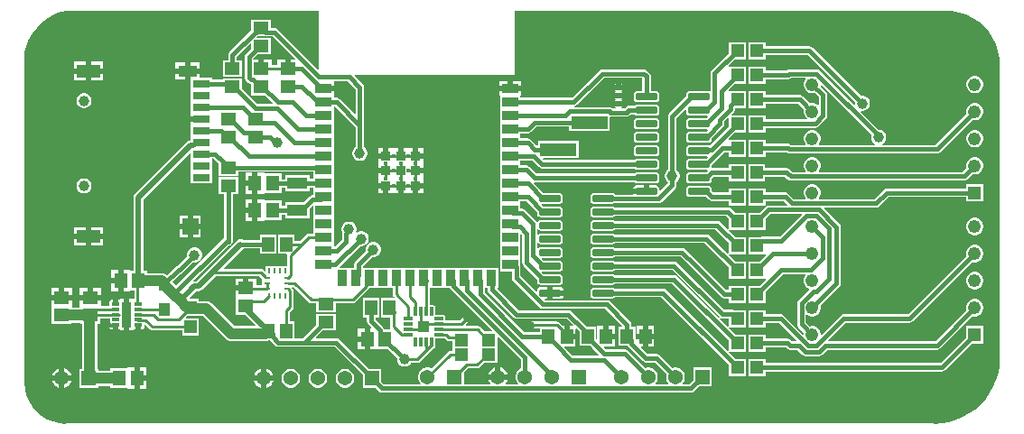
<source format=gbr>
G04*
G04 #@! TF.GenerationSoftware,Altium Limited,Altium Designer,24.7.2 (38)*
G04*
G04 Layer_Physical_Order=1*
G04 Layer_Color=255*
%FSLAX25Y25*%
%MOIN*%
G70*
G04*
G04 #@! TF.SameCoordinates,557B2C77-FFCE-42D9-A2FA-4134FEC932EB*
G04*
G04*
G04 #@! TF.FilePolarity,Positive*
G04*
G01*
G75*
G04:AMPARAMS|DCode=13|XSize=77.56mil|YSize=23.62mil|CornerRadius=2.95mil|HoleSize=0mil|Usage=FLASHONLY|Rotation=0.000|XOffset=0mil|YOffset=0mil|HoleType=Round|Shape=RoundedRectangle|*
%AMROUNDEDRECTD13*
21,1,0.07756,0.01772,0,0,0.0*
21,1,0.07165,0.02362,0,0,0.0*
1,1,0.00591,0.03583,-0.00886*
1,1,0.00591,-0.03583,-0.00886*
1,1,0.00591,-0.03583,0.00886*
1,1,0.00591,0.03583,0.00886*
%
%ADD13ROUNDEDRECTD13*%
%ADD14R,0.03543X0.05906*%
%ADD15R,0.05906X0.03543*%
%ADD16R,0.03543X0.03543*%
%ADD17R,0.07087X0.04024*%
%ADD18R,0.00984X0.01870*%
%ADD19R,0.08661X0.04724*%
%ADD20R,0.05906X0.06299*%
%ADD21R,0.06299X0.02756*%
%ADD22R,0.13504X0.05000*%
%ADD23R,0.04724X0.04724*%
%ADD24R,0.04550X0.05544*%
%ADD25R,0.05143X0.04545*%
%ADD26R,0.01870X0.00984*%
%ADD27R,0.05544X0.04550*%
%ADD28R,0.07480X0.04331*%
%ADD29R,0.04940X0.05733*%
%ADD30R,0.03937X0.04528*%
%ADD31R,0.05733X0.04940*%
G04:AMPARAMS|DCode=32|XSize=29.13mil|YSize=10.63mil|CornerRadius=0.37mil|HoleSize=0mil|Usage=FLASHONLY|Rotation=0.000|XOffset=0mil|YOffset=0mil|HoleType=Round|Shape=RoundedRectangle|*
%AMROUNDEDRECTD32*
21,1,0.02913,0.00989,0,0,0.0*
21,1,0.02839,0.01063,0,0,0.0*
1,1,0.00074,0.01420,-0.00494*
1,1,0.00074,-0.01420,-0.00494*
1,1,0.00074,-0.01420,0.00494*
1,1,0.00074,0.01420,0.00494*
%
%ADD32ROUNDEDRECTD32*%
G04:AMPARAMS|DCode=33|XSize=10.63mil|YSize=33.07mil|CornerRadius=1.33mil|HoleSize=0mil|Usage=FLASHONLY|Rotation=0.000|XOffset=0mil|YOffset=0mil|HoleType=Round|Shape=RoundedRectangle|*
%AMROUNDEDRECTD33*
21,1,0.01063,0.03041,0,0,0.0*
21,1,0.00797,0.03307,0,0,0.0*
1,1,0.00266,0.00399,-0.01521*
1,1,0.00266,-0.00399,-0.01521*
1,1,0.00266,-0.00399,0.01521*
1,1,0.00266,0.00399,0.01521*
%
%ADD33ROUNDEDRECTD33*%
G04:AMPARAMS|DCode=34|XSize=33.07mil|YSize=10.63mil|CornerRadius=1.33mil|HoleSize=0mil|Usage=FLASHONLY|Rotation=0.000|XOffset=0mil|YOffset=0mil|HoleType=Round|Shape=RoundedRectangle|*
%AMROUNDEDRECTD34*
21,1,0.03307,0.00797,0,0,0.0*
21,1,0.03041,0.01063,0,0,0.0*
1,1,0.00266,0.01521,-0.00399*
1,1,0.00266,-0.01521,-0.00399*
1,1,0.00266,-0.01521,0.00399*
1,1,0.00266,0.01521,0.00399*
%
%ADD34ROUNDEDRECTD34*%
%ADD36R,0.04724X0.04724*%
%ADD63R,0.03307X0.09449*%
%ADD64R,0.04331X0.04331*%
%ADD65C,0.01500*%
%ADD66C,0.01000*%
%ADD67C,0.02000*%
%ADD68C,0.04000*%
%ADD69C,0.01575*%
%ADD70C,0.03937*%
%ADD71C,0.05394*%
%ADD72R,0.05394X0.05394*%
%ADD73R,0.04795X0.04795*%
%ADD74C,0.04795*%
%ADD75C,0.03543*%
G36*
X92025Y146246D02*
X94811D01*
X103013Y138044D01*
X102879Y137721D01*
X101500D01*
Y134251D01*
X99500D01*
Y137721D01*
X96633D01*
Y135577D01*
X94367D01*
Y137721D01*
X91500D01*
Y134251D01*
X89500D01*
Y137721D01*
X87664D01*
Y138075D01*
X89163Y139574D01*
X94072D01*
Y145724D01*
X89050D01*
X88919Y146029D01*
X89123Y146275D01*
X89128Y146276D01*
X91872D01*
X92025Y146246D01*
D02*
G37*
G36*
X343000Y155810D02*
X343000Y155810D01*
X343349Y155808D01*
X345654Y155657D01*
X348262Y155139D01*
X350781Y154284D01*
X353166Y153108D01*
X355377Y151630D01*
X357377Y149876D01*
X359130Y147877D01*
X360608Y145666D01*
X361784Y143281D01*
X362638Y140762D01*
X363157Y138154D01*
X363308Y135849D01*
X363311Y135500D01*
X363311Y135500D01*
X363311Y135500D01*
Y27846D01*
X363311Y27845D01*
X363311Y27500D01*
X363306Y27152D01*
X363173Y24776D01*
X362716Y22087D01*
X361961Y19466D01*
X360917Y16945D01*
X359597Y14558D01*
X358019Y12333D01*
X356201Y10299D01*
X354167Y8481D01*
X351942Y6903D01*
X349555Y5583D01*
X347034Y4539D01*
X344413Y3784D01*
X341724Y3327D01*
X339083Y3179D01*
X339000Y3190D01*
X18500Y3190D01*
X18383Y3174D01*
X16101Y3354D01*
X13761Y3915D01*
X11538Y4836D01*
X9486Y6094D01*
X7656Y7656D01*
X6094Y9486D01*
X4836Y11538D01*
X3915Y13761D01*
X3354Y16101D01*
X3174Y18383D01*
X3190Y18500D01*
Y137667D01*
X3190Y138000D01*
X3190Y138000D01*
X3190Y138000D01*
X3190D01*
X3197Y138347D01*
X3326Y140327D01*
X3781Y142614D01*
X4076Y143482D01*
X4625Y144808D01*
X6002Y147192D01*
X7677Y149376D01*
X9624Y151322D01*
X11808Y152998D01*
X14192Y154375D01*
X15518Y154924D01*
X16386Y155219D01*
X18673Y155674D01*
X20653Y155803D01*
X21000Y155810D01*
X21000Y155810D01*
X21000Y155810D01*
X111802D01*
Y134182D01*
X111479Y134048D01*
X96583Y148944D01*
X96071Y149286D01*
X95466Y149407D01*
X94072D01*
Y152426D01*
X86928D01*
Y148551D01*
X78882Y140505D01*
X78540Y139993D01*
X78420Y139388D01*
Y137426D01*
X76428D01*
Y131276D01*
X83572D01*
Y137426D01*
X81580D01*
Y138733D01*
X86605Y143757D01*
X86928Y143623D01*
Y141809D01*
X84966Y139847D01*
X84623Y139334D01*
X84503Y138729D01*
Y131139D01*
X84623Y130535D01*
X84966Y130022D01*
X85874Y129114D01*
X86387Y128771D01*
X86834Y128682D01*
Y124479D01*
X91932D01*
X94831Y121580D01*
X94697Y121257D01*
X89124D01*
X83572Y126809D01*
Y130724D01*
X76428D01*
Y130368D01*
X72461D01*
Y130965D01*
X67937D01*
Y132512D01*
X64394D01*
Y130500D01*
X64562D01*
Y126609D01*
Y122279D01*
Y118173D01*
X64362D01*
Y116795D01*
X68512D01*
Y114795D01*
X64362D01*
Y113417D01*
X64562D01*
Y107806D01*
X63914Y107677D01*
X63319Y107279D01*
X43953Y87913D01*
X43556Y87318D01*
X43416Y86616D01*
Y59667D01*
X42219D01*
Y59866D01*
X39749D01*
Y56000D01*
X38749D01*
D01*
X39749D01*
Y52134D01*
X42219D01*
Y52333D01*
X43674D01*
Y49566D01*
X43654Y49224D01*
X42000D01*
Y43500D01*
Y37776D01*
X43654D01*
Y38011D01*
X44017D01*
Y39563D01*
X46017D01*
Y38011D01*
X46437D01*
X46841Y38092D01*
X47185Y38321D01*
X47414Y38664D01*
X47494Y39069D01*
Y39636D01*
X47844Y39781D01*
X49606Y38019D01*
X50036Y37732D01*
X50543Y37631D01*
X61338D01*
Y35794D01*
X67662D01*
Y42119D01*
X62907D01*
X62773Y42442D01*
X63212Y42881D01*
X64679D01*
X64862Y42857D01*
X69149D01*
X77503Y34503D01*
X78088Y34054D01*
X78769Y33772D01*
X79500Y33676D01*
X92149D01*
X92880Y33772D01*
X93256Y33928D01*
X93949D01*
X95817Y32060D01*
X96329Y31718D01*
X96934Y31598D01*
X117667D01*
X128003Y21262D01*
Y16503D01*
X132762D01*
X134129Y15136D01*
X134642Y14793D01*
X135247Y14673D01*
X249253D01*
X249858Y14793D01*
X250371Y15136D01*
X252238Y17003D01*
X256997D01*
Y23997D01*
X250003D01*
Y19238D01*
X248599Y17833D01*
X246236D01*
X246102Y18157D01*
X246298Y18353D01*
X246759Y19150D01*
X246997Y20040D01*
Y20960D01*
X246759Y21850D01*
X246298Y22647D01*
X245647Y23298D01*
X244850Y23758D01*
X243960Y23997D01*
X243040D01*
X242407Y23828D01*
X237776Y28459D01*
X237263Y28802D01*
X236658Y28922D01*
X233313D01*
X230830Y31405D01*
X230964Y31728D01*
X231351D01*
Y34500D01*
X228808D01*
X228726Y34464D01*
X228724Y34466D01*
Y39072D01*
X227229D01*
Y39851D01*
X227109Y40456D01*
X226766Y40969D01*
X219369Y48366D01*
X218856Y48709D01*
X218251Y48829D01*
X195259D01*
X195173Y48943D01*
X195349Y49294D01*
X196256D01*
Y51500D01*
Y53707D01*
X193673D01*
X193168Y53606D01*
X192739Y53320D01*
X192453Y52891D01*
X192353Y52386D01*
Y52017D01*
X192029Y51884D01*
X186283Y57630D01*
Y60978D01*
X186253Y61131D01*
Y64428D01*
Y69428D01*
Y73055D01*
X186576Y73189D01*
X186920Y72845D01*
Y62559D01*
X187040Y61954D01*
X187382Y61442D01*
X192557Y56268D01*
Y55614D01*
X192641Y55187D01*
X192884Y54825D01*
X193246Y54582D01*
X193673Y54497D01*
X200839D01*
X201266Y54582D01*
X201628Y54825D01*
X201870Y55187D01*
X201955Y55614D01*
Y57386D01*
X201870Y57813D01*
X201628Y58175D01*
X201266Y58418D01*
X200839Y58503D01*
X196870D01*
X196825Y58512D01*
X194783D01*
X194120Y59174D01*
X194254Y59497D01*
X200839D01*
X201266Y59582D01*
X201628Y59825D01*
X201870Y60187D01*
X201955Y60614D01*
Y62386D01*
X201870Y62813D01*
X201628Y63175D01*
X201266Y63418D01*
X200839Y63503D01*
X196870D01*
X196825Y63512D01*
X194783D01*
X194120Y64174D01*
X194254Y64497D01*
X200839D01*
X201266Y64582D01*
X201628Y64824D01*
X201870Y65187D01*
X201955Y65614D01*
Y67386D01*
X201870Y67813D01*
X201628Y68176D01*
X201266Y68418D01*
X200839Y68503D01*
X193673D01*
X193246Y68418D01*
X192884Y68176D01*
X192730Y67946D01*
X192380Y68052D01*
Y69948D01*
X192730Y70054D01*
X192884Y69824D01*
X193246Y69582D01*
X193673Y69497D01*
X200839D01*
X201266Y69582D01*
X201628Y69824D01*
X201870Y70187D01*
X201955Y70614D01*
Y72386D01*
X201870Y72813D01*
X201628Y73176D01*
X201266Y73418D01*
X200839Y73503D01*
X193673D01*
X193246Y73418D01*
X192884Y73176D01*
X192730Y72946D01*
X192380Y73052D01*
Y74948D01*
X192730Y75054D01*
X192884Y74825D01*
X193246Y74582D01*
X193673Y74497D01*
X200839D01*
X201266Y74582D01*
X201628Y74825D01*
X201870Y75187D01*
X201955Y75614D01*
Y77386D01*
X201870Y77813D01*
X201628Y78175D01*
X201266Y78418D01*
X200839Y78503D01*
X193673D01*
X193246Y78418D01*
X192884Y78175D01*
X192641Y77813D01*
X192616Y77684D01*
X192271Y77679D01*
X192258Y77681D01*
X191918Y78192D01*
X188013Y82096D01*
X187501Y82438D01*
X186896Y82559D01*
X186253D01*
Y84572D01*
X186253D01*
Y85420D01*
X188404D01*
X192557Y81268D01*
Y80614D01*
X192641Y80187D01*
X192884Y79825D01*
X193246Y79582D01*
X193673Y79497D01*
X200839D01*
X201266Y79582D01*
X201628Y79825D01*
X201870Y80187D01*
X201955Y80614D01*
Y82386D01*
X201870Y82813D01*
X201628Y83175D01*
X201266Y83418D01*
X200839Y83503D01*
X194791D01*
X194120Y84174D01*
X194254Y84497D01*
X200839D01*
X201266Y84582D01*
X201628Y84825D01*
X201870Y85187D01*
X201955Y85614D01*
Y87386D01*
X201870Y87813D01*
X201628Y88175D01*
X201266Y88418D01*
X200839Y88503D01*
X194791D01*
X191165Y92129D01*
X191337Y92452D01*
X191500Y92420D01*
X228320D01*
X228384Y92325D01*
X228746Y92082D01*
X229173Y91997D01*
X236339D01*
X236766Y92082D01*
X237128Y92325D01*
X237370Y92687D01*
X237455Y93114D01*
Y94886D01*
X237370Y95313D01*
X237128Y95675D01*
X236766Y95918D01*
X236339Y96003D01*
X229173D01*
X228746Y95918D01*
X228384Y95675D01*
X228320Y95580D01*
X192155D01*
X189618Y98118D01*
X189105Y98460D01*
X188500Y98580D01*
X186253D01*
Y99428D01*
X186253D01*
Y100420D01*
X190653D01*
X193191Y97882D01*
X193703Y97540D01*
X194308Y97420D01*
X228320D01*
X228384Y97325D01*
X228746Y97082D01*
X229173Y96997D01*
X236339D01*
X236766Y97082D01*
X237128Y97325D01*
X237370Y97687D01*
X237455Y98114D01*
Y99886D01*
X237370Y100313D01*
X237128Y100675D01*
X236766Y100918D01*
X236339Y101003D01*
X229173D01*
X228746Y100918D01*
X228384Y100675D01*
X228320Y100580D01*
X194963D01*
X194666Y100877D01*
X194800Y101200D01*
X207804D01*
Y107800D01*
X192700D01*
Y106080D01*
X192166D01*
X190129Y108117D01*
X189617Y108460D01*
X189012Y108580D01*
X186253D01*
Y109572D01*
X186253D01*
Y110420D01*
X189012D01*
X189617Y110540D01*
X190129Y110882D01*
X192166Y112920D01*
X204196D01*
Y111200D01*
X219300D01*
Y116317D01*
X219571Y116539D01*
X219573Y116539D01*
X225387D01*
X225991Y116659D01*
X226504Y117002D01*
X226922Y117420D01*
X228320D01*
X228384Y117324D01*
X228746Y117082D01*
X229173Y116997D01*
X236339D01*
X236766Y117082D01*
X237128Y117324D01*
X237370Y117687D01*
X237455Y118114D01*
Y119886D01*
X237370Y120313D01*
X237128Y120676D01*
X236766Y120918D01*
X236339Y121003D01*
X229173D01*
X228746Y120918D01*
X228384Y120676D01*
X228320Y120580D01*
X226267D01*
X225663Y120460D01*
X225150Y120117D01*
X224732Y119700D01*
X223685D01*
X223657Y119745D01*
X223577Y120050D01*
X224015Y120487D01*
X224021Y120500D01*
X220979D01*
X220985Y120487D01*
X221423Y120050D01*
X221343Y119745D01*
X221315Y119700D01*
X220211D01*
X219747Y120010D01*
X219142Y120130D01*
X206340D01*
X206305Y120480D01*
X206605Y120540D01*
X207118Y120882D01*
X217155Y130920D01*
X231175D01*
Y126003D01*
X229173D01*
X228746Y125918D01*
X228384Y125675D01*
X228141Y125313D01*
X228057Y124886D01*
Y123114D01*
X228141Y122687D01*
X228384Y122325D01*
X228746Y122082D01*
X229173Y121997D01*
X236339D01*
X236766Y122082D01*
X237128Y122325D01*
X237370Y122687D01*
X237455Y123114D01*
Y124886D01*
X237370Y125313D01*
X237128Y125675D01*
X236766Y125918D01*
X236339Y126003D01*
X234336D01*
Y131621D01*
X234216Y132226D01*
X233873Y132739D01*
X232995Y133617D01*
X232482Y133960D01*
X231877Y134080D01*
X216500D01*
X215895Y133960D01*
X215383Y133617D01*
X205345Y123580D01*
X186253D01*
Y124228D01*
X186453D01*
Y126000D01*
X178547D01*
Y124228D01*
X178747D01*
Y119428D01*
X178747D01*
Y114572D01*
X178747D01*
Y109428D01*
X178747D01*
Y104428D01*
X178747D01*
Y99572D01*
X178747D01*
Y94428D01*
X178747D01*
Y89572D01*
X178747D01*
Y84428D01*
X178747D01*
Y79572D01*
X178747D01*
Y74572D01*
X178747D01*
Y69428D01*
Y64428D01*
Y59428D01*
X183122D01*
Y56975D01*
X183243Y56370D01*
X183585Y55858D01*
X193312Y46131D01*
X193824Y45788D01*
X194429Y45668D01*
X217597D01*
X223843Y39422D01*
X223698Y39072D01*
X222574D01*
Y31928D01*
X225910D01*
X226056Y31709D01*
X231541Y26224D01*
X232053Y25882D01*
X232658Y25761D01*
X236004D01*
X240173Y21592D01*
X240003Y20960D01*
Y20040D01*
X240242Y19150D01*
X240702Y18353D01*
X240898Y18157D01*
X240764Y17833D01*
X236236D01*
X236102Y18157D01*
X236298Y18353D01*
X236758Y19150D01*
X236997Y20040D01*
Y20960D01*
X236758Y21850D01*
X236298Y22647D01*
X235647Y23298D01*
X234850Y23758D01*
X233960Y23997D01*
X233040D01*
X232407Y23828D01*
X226076Y30159D01*
X225563Y30502D01*
X224958Y30622D01*
X217725D01*
X216943Y31405D01*
X217076Y31728D01*
X221126D01*
Y34500D01*
X217851D01*
Y35500D01*
X216851D01*
Y39272D01*
X214576D01*
Y34686D01*
X214226Y34499D01*
X214224Y34500D01*
Y39072D01*
X210663D01*
X205118Y44618D01*
X204605Y44960D01*
X204000Y45080D01*
X185655D01*
X177732Y53003D01*
X177866Y53326D01*
X178123D01*
Y60831D01*
X172979D01*
Y60831D01*
X167980D01*
Y60831D01*
X163123D01*
Y60831D01*
X158123D01*
Y60831D01*
X152980D01*
Y60831D01*
X147979D01*
Y60831D01*
X143123D01*
Y60831D01*
X137979D01*
Y60831D01*
X133123D01*
Y60831D01*
X128153D01*
Y61418D01*
X131502Y64767D01*
X131635Y64732D01*
X132364D01*
X133069Y64920D01*
X133700Y65285D01*
X134215Y65800D01*
X134580Y66431D01*
X134768Y67136D01*
Y67865D01*
X134580Y68569D01*
X134215Y69200D01*
X133700Y69715D01*
X133069Y70080D01*
X132364Y70268D01*
X131635D01*
X130931Y70080D01*
X130300Y69715D01*
X129785Y69200D01*
X129420Y68569D01*
X129232Y67865D01*
Y67136D01*
X129267Y67002D01*
X125455Y63190D01*
X125113Y62678D01*
X124993Y62073D01*
Y60831D01*
X122979D01*
Y60831D01*
X119561D01*
X119416Y61181D01*
X127002Y68767D01*
X127136Y68731D01*
X127865D01*
X128569Y68920D01*
X129200Y69285D01*
X129715Y69800D01*
X130080Y70431D01*
X130269Y71135D01*
Y71864D01*
X130080Y72569D01*
X129715Y73200D01*
X129200Y73715D01*
X128569Y74080D01*
X127865Y74269D01*
X127136D01*
X126431Y74080D01*
X125884Y73764D01*
X125713Y73858D01*
X125612Y73954D01*
X125593Y73979D01*
X125768Y74635D01*
Y75365D01*
X125580Y76069D01*
X125215Y76700D01*
X124700Y77215D01*
X124069Y77580D01*
X123364Y77768D01*
X122635D01*
X121931Y77580D01*
X121300Y77215D01*
X120785Y76700D01*
X120420Y76069D01*
X120231Y75365D01*
Y74635D01*
X120420Y73931D01*
X120507Y73781D01*
X120420Y73340D01*
Y71033D01*
X117967Y68580D01*
X117355D01*
Y69572D01*
X117355D01*
Y74428D01*
Y79572D01*
X117355D01*
Y84428D01*
X117355D01*
Y89572D01*
X117355D01*
Y94428D01*
Y99428D01*
Y104572D01*
X117355D01*
Y109428D01*
X117355D01*
Y114428D01*
Y120420D01*
X117845D01*
X125420Y112845D01*
Y105284D01*
X125300Y105215D01*
X124785Y104700D01*
X124420Y104069D01*
X124232Y103365D01*
Y102636D01*
X124420Y101931D01*
X124785Y101300D01*
X125300Y100785D01*
X125931Y100420D01*
X126636Y100232D01*
X127365D01*
X128069Y100420D01*
X128700Y100785D01*
X129215Y101300D01*
X129580Y101931D01*
X129769Y102636D01*
Y103365D01*
X129580Y104069D01*
X129215Y104700D01*
X128700Y105215D01*
X128580Y105284D01*
Y113500D01*
Y127500D01*
X128460Y128105D01*
X128118Y128618D01*
X125008Y131727D01*
X125142Y132051D01*
X183484Y132051D01*
X183796Y132113D01*
X184061Y132289D01*
X184238Y132554D01*
X184300Y132866D01*
X184300Y155810D01*
X343000D01*
X343000Y155810D01*
D02*
G37*
G36*
X125420Y126845D02*
Y117773D01*
X125096Y117639D01*
X119617Y123117D01*
X119105Y123460D01*
X118500Y123580D01*
X117355D01*
Y124228D01*
X117555D01*
Y126000D01*
X113602D01*
Y128000D01*
X117555D01*
Y129736D01*
X122529D01*
X125420Y126845D01*
D02*
G37*
G36*
X64562Y102874D02*
Y100625D01*
Y96294D01*
Y91964D01*
X72461D01*
Y96294D01*
Y101223D01*
X72894D01*
X74928Y99189D01*
Y94776D01*
X82072D01*
Y96271D01*
X109850D01*
Y93541D01*
X108540D01*
Y94887D01*
X99460D01*
Y93502D01*
X98021D01*
Y95666D01*
X91719D01*
Y95867D01*
X89249D01*
Y92000D01*
X88249D01*
D01*
X89249D01*
Y88134D01*
X91719D01*
Y88333D01*
X98021D01*
Y90341D01*
X99460D01*
Y88956D01*
X108540D01*
Y90380D01*
X109850D01*
Y89428D01*
X109850D01*
Y87559D01*
X109474D01*
X108870Y87438D01*
X108357Y87096D01*
X106305Y85044D01*
X99460D01*
Y83659D01*
X98021D01*
Y85667D01*
X91719D01*
Y85866D01*
X89249D01*
Y82000D01*
X88249D01*
D01*
X89249D01*
Y78133D01*
X91719D01*
Y78333D01*
X98021D01*
Y80498D01*
X99460D01*
Y79113D01*
X108540D01*
Y82809D01*
X109526Y83795D01*
X109850Y83661D01*
Y79428D01*
X109850D01*
Y73326D01*
X108149D01*
X107642Y73225D01*
X107212Y72937D01*
X105100Y70825D01*
X102926D01*
Y73072D01*
X96776D01*
Y65928D01*
X99931D01*
X100215Y65578D01*
X100169Y65346D01*
Y61312D01*
X92255D01*
Y59577D01*
X91932Y59443D01*
X91437Y59937D01*
X91007Y60225D01*
X90500Y60325D01*
X76878D01*
X76744Y60649D01*
X84015Y67920D01*
X90074D01*
Y65928D01*
X96224D01*
Y73072D01*
X90074D01*
Y71080D01*
X83875D01*
X83702Y71196D01*
X83000Y71335D01*
X82298Y71196D01*
X81702Y70798D01*
X71202Y60298D01*
X71202Y60298D01*
X66740Y55835D01*
X66000D01*
X65769Y55789D01*
X65597Y56112D01*
X78405Y68920D01*
X78500D01*
X79105Y69040D01*
X79618Y69383D01*
X79960Y69895D01*
X80080Y70500D01*
Y88074D01*
X82072D01*
Y94224D01*
X74928D01*
Y88074D01*
X76920D01*
Y71809D01*
X76632Y71618D01*
X59201Y54186D01*
X57851Y55537D01*
X60791Y58478D01*
X61105Y58540D01*
X61617Y58882D01*
X65502Y62767D01*
X65636Y62731D01*
X66365D01*
X67069Y62920D01*
X67700Y63285D01*
X68215Y63800D01*
X68580Y64431D01*
X68769Y65136D01*
Y65864D01*
X68580Y66569D01*
X68215Y67200D01*
X67700Y67715D01*
X67069Y68080D01*
X66365Y68269D01*
X65636D01*
X64931Y68080D01*
X64300Y67715D01*
X63785Y67200D01*
X63420Y66569D01*
X63231Y65864D01*
Y65136D01*
X63267Y65002D01*
X59787Y61522D01*
X59474Y61460D01*
X58961Y61118D01*
X55847Y58003D01*
X55270Y58446D01*
X54589Y58728D01*
X53858Y58824D01*
X48521D01*
Y59667D01*
X47086D01*
Y85855D01*
X64239Y103008D01*
X64562Y102874D01*
D02*
G37*
G36*
X90835Y56790D02*
X90972Y56492D01*
X90972D01*
X90972Y56492D01*
Y54357D01*
X88867D01*
Y56721D01*
X86000D01*
Y53251D01*
X85000D01*
Y52251D01*
X81134D01*
Y49781D01*
X81334D01*
Y43479D01*
X84574D01*
X88406Y39647D01*
X88272Y39324D01*
X80670D01*
X72316Y47678D01*
X71731Y48127D01*
X71050Y48409D01*
X70319Y48505D01*
X67662D01*
Y49205D01*
X64321D01*
X64299Y49209D01*
X64155Y49560D01*
X66760Y52165D01*
X67500D01*
X68202Y52304D01*
X68798Y52702D01*
X73770Y57674D01*
X89951D01*
X90835Y56790D01*
D02*
G37*
G36*
X108186Y47939D02*
X108616Y47652D01*
X109124Y47551D01*
X110928D01*
Y44276D01*
X118072D01*
Y47675D01*
X124389D01*
X124896Y47775D01*
X125326Y48063D01*
X130467Y53203D01*
X130549Y53326D01*
X132980D01*
Y53326D01*
X138123D01*
Y53326D01*
X139226D01*
Y50912D01*
X139327Y50405D01*
X139614Y49975D01*
X139694Y49895D01*
X139560Y49572D01*
X134776D01*
Y42428D01*
X138051D01*
Y39124D01*
X138152Y38616D01*
X138218Y38517D01*
X138031Y38166D01*
X135998D01*
X135991Y38200D01*
X135649Y38713D01*
X132729Y41633D01*
Y42428D01*
X134224D01*
Y49572D01*
X128074D01*
Y42428D01*
X129568D01*
Y40978D01*
X129689Y40373D01*
X130031Y39860D01*
X131202Y38690D01*
X131068Y38366D01*
X130749D01*
Y34500D01*
Y30634D01*
X133219D01*
Y30834D01*
X137286D01*
X138208Y29912D01*
X138647Y29618D01*
X140767Y27498D01*
X140732Y27365D01*
Y26636D01*
X140920Y25931D01*
X141285Y25300D01*
X141800Y24785D01*
X142431Y24420D01*
X143135Y24231D01*
X143865D01*
X144569Y24420D01*
X145200Y24785D01*
X145715Y25300D01*
X145931Y25675D01*
X148224D01*
X148732Y25775D01*
X149162Y26063D01*
X152550Y29451D01*
X154009Y30910D01*
X154215Y30951D01*
X154524Y31157D01*
X154730Y31466D01*
X154803Y31830D01*
Y34697D01*
X157670D01*
X157792Y34722D01*
X158404D01*
X159063Y34063D01*
X159493Y33775D01*
X160000Y33674D01*
X161129D01*
Y30165D01*
X160339D01*
X159832Y30064D01*
X159402Y29776D01*
X153372Y23746D01*
X153350Y23758D01*
X152460Y23997D01*
X151540D01*
X150650Y23758D01*
X149853Y23298D01*
X149202Y22647D01*
X148741Y21850D01*
X148503Y20960D01*
Y20040D01*
X148741Y19150D01*
X149202Y18353D01*
X149398Y18157D01*
X149264Y17833D01*
X135901D01*
X134997Y18738D01*
Y23497D01*
X130238D01*
X119440Y34295D01*
X118927Y34638D01*
X118322Y34758D01*
X110805D01*
X110671Y35082D01*
X113163Y37574D01*
X118072D01*
Y43724D01*
X110928D01*
Y39809D01*
X105878Y34758D01*
X102926D01*
Y41072D01*
X101177D01*
Y44390D01*
X102182Y45396D01*
X102470Y45826D01*
X102570Y46333D01*
Y52201D01*
X102470Y52708D01*
X102182Y53138D01*
X101996Y53325D01*
X102121Y53627D01*
X102464Y53662D01*
X108186Y47939D01*
D02*
G37*
G36*
X157980Y53326D02*
X160242D01*
X160455Y53006D01*
X175905Y37557D01*
X175771Y37233D01*
X173003D01*
X171284Y38953D01*
X170854Y39240D01*
X170346Y39341D01*
X166173D01*
X166039Y39665D01*
X167937Y41563D01*
X168225Y41993D01*
X168325Y42500D01*
X168225Y43007D01*
X167937Y43437D01*
X167507Y43725D01*
X167000Y43826D01*
X166493Y43725D01*
X166063Y43437D01*
X163935Y41310D01*
X158822D01*
X158621Y41554D01*
Y42351D01*
X158549Y42715D01*
X158343Y43024D01*
X158034Y43230D01*
X157670Y43303D01*
X154803D01*
Y46170D01*
X154730Y46534D01*
X154524Y46843D01*
X154215Y47049D01*
X153851Y47121D01*
X153054D01*
X152810Y47322D01*
Y53326D01*
X153123D01*
Y53326D01*
X157980D01*
Y53326D01*
D02*
G37*
G36*
X174165Y52755D02*
X174285Y52150D01*
X174628Y51637D01*
X183882Y42382D01*
X184395Y42040D01*
X185000Y41920D01*
X203345D01*
X205670Y39595D01*
X205536Y39272D01*
X204351D01*
Y36500D01*
X206626D01*
Y38181D01*
X206950Y38315D01*
X208043Y37222D01*
Y37025D01*
X208074Y36872D01*
Y31928D01*
X211989D01*
X212677Y31240D01*
X212756Y31121D01*
X215232Y28646D01*
X215098Y28322D01*
X205525D01*
X202443Y31405D01*
X202576Y31728D01*
X206626D01*
Y34500D01*
X203351D01*
Y35500D01*
X202351D01*
Y39272D01*
X201951D01*
X200713Y40509D01*
X200284Y40797D01*
X199776Y40898D01*
X190072D01*
X189565Y40797D01*
X189135Y40509D01*
X189063Y40437D01*
X188775Y40007D01*
X188674Y39500D01*
X188775Y38993D01*
X189063Y38563D01*
X189493Y38275D01*
X190000Y38175D01*
X190362Y38247D01*
X193574D01*
Y37080D01*
X187655D01*
X173153Y51582D01*
Y53326D01*
X174165D01*
Y52755D01*
D02*
G37*
G36*
X186420Y27042D02*
Y23625D01*
X185853Y23298D01*
X185202Y22647D01*
X184741Y21850D01*
X184503Y20960D01*
Y20040D01*
X184741Y19150D01*
X185202Y18353D01*
X185398Y18157D01*
X185264Y17833D01*
X181019D01*
X180885Y18157D01*
X180958Y18230D01*
X181445Y19073D01*
X181559Y19500D01*
X174441D01*
X174555Y19073D01*
X175042Y18230D01*
X175115Y18157D01*
X174981Y17833D01*
X165497D01*
Y22122D01*
X166931Y23556D01*
X170244D01*
X170751Y23657D01*
X171181Y23945D01*
X173003Y25767D01*
X177871D01*
Y31089D01*
Y35133D01*
X178195Y35267D01*
X186420Y27042D01*
D02*
G37*
%LPC*%
G36*
X67937Y136524D02*
X64394D01*
Y134512D01*
X67937D01*
Y136524D01*
D02*
G37*
G36*
X62394D02*
X58850D01*
Y134512D01*
X62394D01*
Y136524D01*
D02*
G37*
G36*
X32110Y136874D02*
X27779D01*
Y134512D01*
X32110D01*
Y136874D01*
D02*
G37*
G36*
X25780D02*
X21449D01*
Y134512D01*
X25780D01*
Y136874D01*
D02*
G37*
G36*
X62394Y132512D02*
X58850D01*
Y130500D01*
X62394D01*
Y132512D01*
D02*
G37*
G36*
X32110Y132512D02*
X27779D01*
Y130150D01*
X32110D01*
Y132512D01*
D02*
G37*
G36*
X25780D02*
X21449D01*
Y130150D01*
X25780D01*
Y132512D01*
D02*
G37*
G36*
X223500Y128901D02*
Y128380D01*
X224021D01*
X224015Y128393D01*
X223513Y128896D01*
X223500Y128901D01*
D02*
G37*
G36*
X221500D02*
X221487Y128896D01*
X220985Y128393D01*
X220979Y128380D01*
X221500D01*
Y128901D01*
D02*
G37*
G36*
X186453Y129772D02*
X183500D01*
Y128000D01*
X186453D01*
Y129772D01*
D02*
G37*
G36*
X181500D02*
X178547D01*
Y128000D01*
X181500D01*
Y129772D01*
D02*
G37*
G36*
X269619Y144162D02*
X263295D01*
Y140073D01*
X256883Y133661D01*
X256540Y133148D01*
X256420Y132543D01*
Y126196D01*
X256070Y125954D01*
X255827Y126003D01*
X248661D01*
X248234Y125918D01*
X247872Y125675D01*
X247630Y125313D01*
X247545Y124886D01*
Y124232D01*
X241138Y117825D01*
X240795Y117313D01*
X240675Y116708D01*
Y96951D01*
X240555Y96882D01*
X240040Y96366D01*
X239675Y95735D01*
X239487Y95031D01*
Y94302D01*
X239675Y93598D01*
X240040Y92967D01*
X240555Y92451D01*
X240675Y92382D01*
Y91910D01*
X237983Y89218D01*
X237659Y89351D01*
Y89886D01*
X237559Y90391D01*
X237272Y90820D01*
X236844Y91106D01*
X236339Y91207D01*
X233756D01*
Y89000D01*
X232756D01*
Y88000D01*
X227759D01*
X227635Y87849D01*
X221334D01*
X221116Y88175D01*
X220754Y88418D01*
X220327Y88503D01*
X213161D01*
X212734Y88418D01*
X212372Y88175D01*
X212130Y87813D01*
X212045Y87386D01*
Y85614D01*
X212130Y85187D01*
X212372Y84825D01*
X212734Y84582D01*
X213161Y84497D01*
X220327D01*
X220754Y84582D01*
X220913Y84689D01*
X237269D01*
X237874Y84809D01*
X238386Y85151D01*
X243373Y90137D01*
X243715Y90650D01*
X243835Y91255D01*
Y92382D01*
X243955Y92451D01*
X244470Y92967D01*
X244835Y93598D01*
X245023Y94302D01*
Y95031D01*
X244835Y95735D01*
X244470Y96366D01*
X243955Y96882D01*
X243835Y96951D01*
Y116053D01*
X247221Y119439D01*
X247545Y119305D01*
Y118114D01*
X247630Y117687D01*
X247872Y117324D01*
X248234Y117082D01*
X248661Y116997D01*
X255246D01*
X255380Y116674D01*
X254709Y116003D01*
X248661D01*
X248234Y115918D01*
X247872Y115675D01*
X247630Y115313D01*
X247545Y114886D01*
Y113114D01*
X247630Y112687D01*
X247872Y112325D01*
X248234Y112082D01*
X248661Y111997D01*
X255305D01*
X255439Y111674D01*
X254777Y111012D01*
X252675D01*
X252630Y111003D01*
X248661D01*
X248234Y110918D01*
X247872Y110676D01*
X247630Y110313D01*
X247545Y109886D01*
Y108114D01*
X247630Y107687D01*
X247872Y107325D01*
X248234Y107082D01*
X248661Y106997D01*
X255827D01*
X256254Y107082D01*
X256616Y107325D01*
X256858Y107687D01*
X256943Y108114D01*
Y108709D01*
X261118Y112882D01*
X261460Y113395D01*
X261580Y114000D01*
Y114845D01*
X262971Y116236D01*
X263295Y116102D01*
Y113073D01*
X256233Y106011D01*
X252675D01*
X252630Y106003D01*
X248661D01*
X248234Y105918D01*
X247872Y105675D01*
X247630Y105313D01*
X247545Y104886D01*
Y103114D01*
X247630Y102687D01*
X247872Y102324D01*
X248234Y102082D01*
X248661Y101997D01*
X255246D01*
X255380Y101674D01*
X254709Y101003D01*
X248661D01*
X248234Y100918D01*
X247872Y100675D01*
X247630Y100313D01*
X247545Y99886D01*
Y98114D01*
X247630Y97687D01*
X247872Y97325D01*
X248234Y97082D01*
X248661Y96997D01*
X255246D01*
X255380Y96674D01*
X254709Y96003D01*
X248661D01*
X248234Y95918D01*
X247872Y95675D01*
X247630Y95313D01*
X247545Y94886D01*
Y93114D01*
X247630Y92687D01*
X247872Y92325D01*
X248234Y92082D01*
X248661Y91997D01*
X255827D01*
X256254Y92082D01*
X256616Y92325D01*
X256858Y92687D01*
X256943Y93114D01*
Y93768D01*
X257596Y94420D01*
X263251D01*
Y92838D01*
X269576D01*
Y99162D01*
X263251D01*
Y97580D01*
X257176D01*
X256905Y97914D01*
X256904Y97917D01*
X256943Y98114D01*
Y98768D01*
X261596Y103420D01*
X263295D01*
Y101838D01*
X269619D01*
Y108162D01*
X263640D01*
X263546Y108162D01*
X263256Y108474D01*
X263259Y108567D01*
X265529Y110838D01*
X269619D01*
Y117162D01*
X264354D01*
X264220Y117486D01*
X265118Y118383D01*
X265460Y118895D01*
X265580Y119500D01*
Y119838D01*
X269619D01*
Y126162D01*
X263640D01*
X263546Y126162D01*
X263256Y126474D01*
X263259Y126567D01*
X265529Y128838D01*
X269619D01*
Y135162D01*
X263640D01*
X263546Y135162D01*
X263256Y135474D01*
X263259Y135567D01*
X265529Y137838D01*
X269619D01*
Y144162D01*
D02*
G37*
G36*
X224021Y126380D02*
X220979D01*
X220985Y126368D01*
X221442Y125910D01*
X220985Y125453D01*
X220979Y125440D01*
X224021D01*
X224015Y125453D01*
X223558Y125910D01*
X224015Y126368D01*
X224021Y126380D01*
D02*
G37*
G36*
X354421Y131698D02*
X353579D01*
X352766Y131480D01*
X352037Y131059D01*
X351441Y130463D01*
X351020Y129734D01*
X350802Y128921D01*
Y128079D01*
X351020Y127266D01*
X351441Y126537D01*
X352037Y125941D01*
X352766Y125520D01*
X353579Y125302D01*
X354421D01*
X355234Y125520D01*
X355963Y125941D01*
X356559Y126537D01*
X356980Y127266D01*
X357198Y128079D01*
Y128921D01*
X356980Y129734D01*
X356559Y130463D01*
X355963Y131059D01*
X355234Y131480D01*
X354421Y131698D01*
D02*
G37*
G36*
X224021Y123440D02*
X220979D01*
X220985Y123428D01*
X221442Y122970D01*
X220985Y122512D01*
X220979Y122500D01*
X224021D01*
X224015Y122512D01*
X223558Y122970D01*
X224015Y123428D01*
X224021Y123440D01*
D02*
G37*
G36*
X276706Y144162D02*
X270381D01*
Y137838D01*
X276706D01*
Y139420D01*
X292345D01*
X309767Y121998D01*
X309732Y121864D01*
Y121135D01*
X309751Y121061D01*
X309438Y120880D01*
X296753Y133565D01*
X296240Y133908D01*
X295635Y134028D01*
X285619D01*
X285014Y133908D01*
X284524Y133580D01*
X276706D01*
Y135162D01*
X270381D01*
Y128838D01*
X276706D01*
Y130420D01*
X285172D01*
X285776Y130540D01*
X286266Y130867D01*
X291388D01*
X291522Y130544D01*
X291441Y130463D01*
X291020Y129734D01*
X290802Y128921D01*
Y128079D01*
X291020Y127266D01*
X291441Y126537D01*
X292037Y125941D01*
X292766Y125520D01*
X293579Y125302D01*
X294421D01*
X294848Y125417D01*
X296367Y123898D01*
Y121112D01*
X296044Y120978D01*
X295963Y121059D01*
X295234Y121480D01*
X294421Y121698D01*
X293579D01*
X293152Y121583D01*
X290617Y124118D01*
X290105Y124460D01*
X289500Y124580D01*
X276706D01*
Y126162D01*
X270381D01*
Y119838D01*
X276706D01*
Y121420D01*
X288845D01*
X290917Y119348D01*
X290802Y118921D01*
Y118079D01*
X291020Y117266D01*
X291441Y116537D01*
X292037Y115941D01*
X292076Y115919D01*
X291986Y115580D01*
X276706D01*
Y117162D01*
X270381D01*
Y110838D01*
X276706D01*
Y112420D01*
X295083D01*
X295688Y112540D01*
X296200Y112882D01*
X299065Y115747D01*
X299408Y116260D01*
X299528Y116865D01*
Y124552D01*
X299408Y125157D01*
X299065Y125670D01*
X297083Y127652D01*
X297198Y128079D01*
Y128193D01*
X297521Y128327D01*
X315890Y109957D01*
X315732Y109364D01*
Y108635D01*
X315920Y107931D01*
X316285Y107300D01*
X316800Y106785D01*
X317323Y106483D01*
X317229Y106133D01*
X296612D01*
X296478Y106456D01*
X296559Y106537D01*
X296980Y107266D01*
X297198Y108079D01*
Y108921D01*
X296980Y109734D01*
X296559Y110463D01*
X295963Y111059D01*
X295234Y111480D01*
X294421Y111698D01*
X293579D01*
X292766Y111480D01*
X292037Y111059D01*
X291441Y110463D01*
X291020Y109734D01*
X290802Y108921D01*
Y108079D01*
X291020Y107266D01*
X291441Y106537D01*
X291522Y106456D01*
X291388Y106133D01*
X286266D01*
X285776Y106460D01*
X285172Y106580D01*
X276706D01*
Y108162D01*
X270381D01*
Y101838D01*
X276706D01*
Y103420D01*
X284524D01*
X285014Y103092D01*
X285619Y102972D01*
X340052D01*
X340657Y103092D01*
X341170Y103435D01*
X353152Y115417D01*
X353579Y115302D01*
X354421D01*
X355234Y115520D01*
X355963Y115941D01*
X356559Y116537D01*
X356980Y117266D01*
X357198Y118079D01*
Y118921D01*
X356980Y119734D01*
X356559Y120463D01*
X355963Y121059D01*
X355234Y121480D01*
X354421Y121698D01*
X353579D01*
X352766Y121480D01*
X352037Y121059D01*
X351441Y120463D01*
X351020Y119734D01*
X350802Y118921D01*
Y118079D01*
X350917Y117652D01*
X339398Y106133D01*
X319771D01*
X319677Y106483D01*
X320200Y106785D01*
X320715Y107300D01*
X321080Y107931D01*
X321269Y108635D01*
Y109364D01*
X321080Y110069D01*
X320715Y110700D01*
X320200Y111215D01*
X319569Y111580D01*
X318864Y111768D01*
X318549D01*
X311880Y118438D01*
X312061Y118751D01*
X312136Y118731D01*
X312864D01*
X313569Y118920D01*
X314200Y119285D01*
X314715Y119800D01*
X315080Y120431D01*
X315268Y121135D01*
Y121864D01*
X315080Y122569D01*
X314715Y123200D01*
X314200Y123715D01*
X313569Y124080D01*
X312864Y124268D01*
X312136D01*
X312002Y124233D01*
X294117Y142118D01*
X293605Y142460D01*
X293000Y142580D01*
X276706D01*
Y144162D01*
D02*
G37*
G36*
X25569Y125257D02*
X24840D01*
X24136Y125068D01*
X23505Y124704D01*
X22989Y124188D01*
X22625Y123557D01*
X22436Y122853D01*
Y122124D01*
X22625Y121420D01*
X22989Y120788D01*
X23505Y120273D01*
X24136Y119908D01*
X24840Y119720D01*
X25569D01*
X26273Y119908D01*
X26905Y120273D01*
X27420Y120788D01*
X27785Y121420D01*
X27973Y122124D01*
Y122853D01*
X27785Y123557D01*
X27420Y124188D01*
X26905Y124704D01*
X26273Y125068D01*
X25569Y125257D01*
D02*
G37*
G36*
X236339Y116003D02*
X229173D01*
X228746Y115918D01*
X228384Y115675D01*
X228141Y115313D01*
X228057Y114886D01*
Y113114D01*
X228141Y112687D01*
X228384Y112325D01*
X228746Y112082D01*
X229173Y111997D01*
X236339D01*
X236766Y112082D01*
X237128Y112325D01*
X237370Y112687D01*
X237455Y113114D01*
Y114886D01*
X237370Y115313D01*
X237128Y115675D01*
X236766Y115918D01*
X236339Y116003D01*
D02*
G37*
G36*
Y111003D02*
X229173D01*
X228746Y110918D01*
X228384Y110676D01*
X228141Y110313D01*
X228057Y109886D01*
Y108114D01*
X228141Y107687D01*
X228384Y107325D01*
X228746Y107082D01*
X229173Y106997D01*
X236339D01*
X236766Y107082D01*
X237128Y107325D01*
X237370Y107687D01*
X237455Y108114D01*
Y109886D01*
X237370Y110313D01*
X237128Y110676D01*
X236766Y110918D01*
X236339Y111003D01*
D02*
G37*
G36*
X354421Y111698D02*
X353579D01*
X352766Y111480D01*
X352037Y111059D01*
X351441Y110463D01*
X351020Y109734D01*
X350802Y108921D01*
Y108079D01*
X351020Y107266D01*
X351441Y106537D01*
X352037Y105941D01*
X352766Y105520D01*
X353579Y105302D01*
X354421D01*
X355234Y105520D01*
X355963Y105941D01*
X356559Y106537D01*
X356980Y107266D01*
X357198Y108079D01*
Y108921D01*
X356980Y109734D01*
X356559Y110463D01*
X355963Y111059D01*
X355234Y111480D01*
X354421Y111698D01*
D02*
G37*
G36*
X150429Y104890D02*
X148658D01*
Y103118D01*
X150429D01*
Y104890D01*
D02*
G37*
G36*
X135634D02*
X133862D01*
Y103118D01*
X135634D01*
Y104890D01*
D02*
G37*
G36*
X146658D02*
X144886D01*
Y104890D01*
X143146D01*
Y102118D01*
X141146D01*
Y104890D01*
X139406D01*
Y104890D01*
X137634D01*
Y102118D01*
X136634D01*
Y101118D01*
X133862D01*
Y99347D01*
Y97606D01*
X136634D01*
Y95606D01*
X133862D01*
Y93835D01*
X133862D01*
Y92094D01*
X136634D01*
Y91094D01*
X137634D01*
Y88323D01*
X139406D01*
Y88323D01*
X141146D01*
Y91094D01*
X143146D01*
Y88323D01*
X144886D01*
Y88323D01*
X146658D01*
Y91094D01*
X147658D01*
Y92094D01*
X150429D01*
Y93866D01*
X150429D01*
Y95606D01*
X147657D01*
Y97606D01*
X150429D01*
Y99347D01*
X150429D01*
Y101118D01*
X147658D01*
Y102118D01*
X146658D01*
Y104890D01*
D02*
G37*
G36*
X236339Y106003D02*
X229173D01*
X228746Y105918D01*
X228384Y105675D01*
X228141Y105313D01*
X228057Y104886D01*
Y103114D01*
X228141Y102687D01*
X228384Y102324D01*
X228746Y102082D01*
X229173Y101997D01*
X236339D01*
X236766Y102082D01*
X237128Y102324D01*
X237370Y102687D01*
X237455Y103114D01*
Y104886D01*
X237370Y105313D01*
X237128Y105675D01*
X236766Y105918D01*
X236339Y106003D01*
D02*
G37*
G36*
X354421Y101698D02*
X353579D01*
X352766Y101480D01*
X352037Y101059D01*
X351441Y100463D01*
X351020Y99734D01*
X350802Y98921D01*
Y98079D01*
X350917Y97652D01*
X349398Y96133D01*
X296612D01*
X296478Y96456D01*
X296559Y96537D01*
X296980Y97266D01*
X297198Y98079D01*
Y98921D01*
X296980Y99734D01*
X296559Y100463D01*
X295963Y101059D01*
X295234Y101480D01*
X294421Y101698D01*
X293579D01*
X292766Y101480D01*
X292037Y101059D01*
X291441Y100463D01*
X291020Y99734D01*
X290802Y98921D01*
Y98079D01*
X291020Y97266D01*
X291441Y96537D01*
X291522Y96456D01*
X291388Y96133D01*
X286752D01*
X285767Y97118D01*
X285255Y97460D01*
X284650Y97580D01*
X276662D01*
Y99162D01*
X270338D01*
Y92838D01*
X276662D01*
Y94420D01*
X283995D01*
X284980Y93435D01*
X285493Y93092D01*
X286098Y92972D01*
X350052D01*
X350657Y93092D01*
X351170Y93435D01*
X353152Y95417D01*
X353579Y95302D01*
X354421D01*
X355234Y95520D01*
X355963Y95941D01*
X356559Y96537D01*
X356980Y97266D01*
X357198Y98079D01*
Y98921D01*
X356980Y99734D01*
X356559Y100463D01*
X355963Y101059D01*
X355234Y101480D01*
X354421Y101698D01*
D02*
G37*
G36*
X231756Y91207D02*
X229173D01*
X228668Y91106D01*
X228239Y90820D01*
X227953Y90391D01*
X227875Y90000D01*
X231756D01*
Y91207D01*
D02*
G37*
G36*
X150429Y90095D02*
X148658D01*
Y88323D01*
X150429D01*
Y90095D01*
D02*
G37*
G36*
X135634D02*
X133862D01*
Y88323D01*
X135634D01*
Y90095D01*
D02*
G37*
G36*
X25569Y93761D02*
X24840D01*
X24136Y93572D01*
X23505Y93208D01*
X22989Y92692D01*
X22625Y92061D01*
X22436Y91357D01*
Y90628D01*
X22625Y89924D01*
X22989Y89292D01*
X23505Y88777D01*
X24136Y88412D01*
X24840Y88224D01*
X25569D01*
X26273Y88412D01*
X26905Y88777D01*
X27420Y89292D01*
X27785Y89924D01*
X27973Y90628D01*
Y91357D01*
X27785Y92061D01*
X27420Y92692D01*
X26905Y93208D01*
X26273Y93572D01*
X25569Y93761D01*
D02*
G37*
G36*
X357198Y91698D02*
X350802D01*
Y90080D01*
X321460D01*
X320855Y89960D01*
X320342Y89618D01*
X316857Y86133D01*
X296612D01*
X296478Y86456D01*
X296559Y86537D01*
X296980Y87266D01*
X297198Y88079D01*
Y88921D01*
X296980Y89734D01*
X296559Y90463D01*
X295963Y91059D01*
X295234Y91480D01*
X294421Y91698D01*
X293579D01*
X292766Y91480D01*
X292037Y91059D01*
X291441Y90463D01*
X291020Y89734D01*
X290802Y88921D01*
Y88079D01*
X291020Y87266D01*
X291441Y86537D01*
X291522Y86456D01*
X291388Y86133D01*
X287274D01*
X285289Y88117D01*
X284776Y88460D01*
X284172Y88580D01*
X276706D01*
Y90162D01*
X270381D01*
Y83838D01*
X276706D01*
Y85420D01*
X283517D01*
X284785Y84151D01*
X284651Y83828D01*
X277791D01*
X277186Y83708D01*
X276674Y83365D01*
X274470Y81162D01*
X270381D01*
Y74838D01*
X276706D01*
Y78927D01*
X278446Y80667D01*
X290028D01*
X290162Y80344D01*
X282010Y72193D01*
X275155D01*
X275003Y72162D01*
X270381D01*
Y65838D01*
X276360D01*
X276454Y65838D01*
X276744Y65526D01*
X276741Y65433D01*
X274470Y63162D01*
X270381D01*
Y56838D01*
X276360D01*
X276454Y56838D01*
X276744Y56526D01*
X276741Y56433D01*
X274470Y54162D01*
X270381D01*
Y47838D01*
X276706D01*
Y51927D01*
X283146Y58367D01*
X291388D01*
X291522Y58044D01*
X291441Y57963D01*
X291020Y57234D01*
X290802Y56421D01*
Y55579D01*
X291020Y54766D01*
X291441Y54037D01*
X292037Y53441D01*
X292729Y53042D01*
X292811Y52873D01*
X292863Y52680D01*
X288935Y48753D01*
X288592Y48240D01*
X288472Y47635D01*
Y39948D01*
X288592Y39343D01*
X288935Y38830D01*
X290917Y36848D01*
X290802Y36421D01*
Y36307D01*
X290479Y36173D01*
X283535Y43117D01*
X283022Y43460D01*
X282417Y43580D01*
X276706D01*
Y45162D01*
X270381D01*
Y38838D01*
X276706D01*
Y40420D01*
X281763D01*
X288226Y33956D01*
X288092Y33633D01*
X286524D01*
X286039Y34117D01*
X285526Y34460D01*
X284922Y34580D01*
X276706D01*
Y36162D01*
X270381D01*
Y29838D01*
X276706D01*
Y31420D01*
X284267D01*
X284752Y30935D01*
X285264Y30592D01*
X285869Y30472D01*
X288457D01*
X290295Y28635D01*
X290807Y28292D01*
X291412Y28172D01*
X296588D01*
X297193Y28292D01*
X297705Y28635D01*
X299542Y30472D01*
X340052D01*
X340657Y30592D01*
X341170Y30935D01*
X353152Y42917D01*
X353579Y42802D01*
X354421D01*
X355234Y43020D01*
X355963Y43441D01*
X356559Y44037D01*
X356980Y44766D01*
X357198Y45579D01*
Y46421D01*
X356980Y47234D01*
X356559Y47963D01*
X355963Y48559D01*
X355234Y48980D01*
X354421Y49198D01*
X353579D01*
X352766Y48980D01*
X352037Y48559D01*
X351441Y47963D01*
X351020Y47234D01*
X350802Y46421D01*
Y45579D01*
X350917Y45152D01*
X339398Y33633D01*
X299908D01*
X299774Y33956D01*
X306237Y40420D01*
X330000D01*
X330605Y40540D01*
X331118Y40883D01*
X353152Y62917D01*
X353579Y62802D01*
X354421D01*
X355234Y63020D01*
X355963Y63441D01*
X356559Y64037D01*
X356980Y64766D01*
X357198Y65579D01*
Y66421D01*
X356980Y67234D01*
X356559Y67963D01*
X355963Y68559D01*
X355234Y68980D01*
X354421Y69198D01*
X353579D01*
X352766Y68980D01*
X352037Y68559D01*
X351441Y67963D01*
X351020Y67234D01*
X350802Y66421D01*
Y65579D01*
X350917Y65152D01*
X329345Y43580D01*
X305583D01*
X304978Y43460D01*
X304465Y43117D01*
X297521Y36173D01*
X297198Y36307D01*
Y36421D01*
X296980Y37234D01*
X296559Y37963D01*
X295963Y38559D01*
X295234Y38980D01*
X294421Y39198D01*
X293579D01*
X293152Y39083D01*
X291633Y40602D01*
Y43388D01*
X291956Y43522D01*
X292037Y43441D01*
X292766Y43020D01*
X293579Y42802D01*
X294421D01*
X295234Y43020D01*
X295963Y43441D01*
X296559Y44037D01*
X296980Y44766D01*
X297198Y45579D01*
Y46421D01*
X297083Y46848D01*
X304117Y53882D01*
X304460Y54395D01*
X304580Y55000D01*
Y75836D01*
X304460Y76440D01*
X304117Y76953D01*
X298422Y82649D01*
X298556Y82972D01*
X317512D01*
X318117Y83092D01*
X318629Y83435D01*
X322114Y86920D01*
X350802D01*
Y85302D01*
X357198D01*
Y91698D01*
D02*
G37*
G36*
X255827Y91003D02*
X248661D01*
X248234Y90918D01*
X247872Y90675D01*
X247630Y90313D01*
X247545Y89886D01*
Y88114D01*
X247630Y87687D01*
X247872Y87325D01*
X248234Y87082D01*
X248661Y86997D01*
X254709D01*
X255823Y85883D01*
X256336Y85540D01*
X256941Y85420D01*
X263295D01*
Y83838D01*
X269619D01*
Y90162D01*
X263295D01*
Y88580D01*
X257596D01*
X256943Y89232D01*
Y89886D01*
X256858Y90313D01*
X256616Y90675D01*
X256254Y90918D01*
X255827Y91003D01*
D02*
G37*
G36*
X220327Y83503D02*
X213161D01*
X212734Y83418D01*
X212372Y83175D01*
X212130Y82813D01*
X212045Y82386D01*
Y80614D01*
X212130Y80187D01*
X212372Y79825D01*
X212734Y79582D01*
X213161Y79497D01*
X220327D01*
X220754Y79582D01*
X221116Y79825D01*
X221180Y79920D01*
X262302D01*
X263295Y78927D01*
Y75183D01*
X263295Y74892D01*
X263009Y74683D01*
X260074Y77618D01*
X259561Y77960D01*
X258957Y78080D01*
X221180D01*
X221116Y78175D01*
X220754Y78418D01*
X220327Y78503D01*
X213161D01*
X212734Y78418D01*
X212372Y78175D01*
X212130Y77813D01*
X212045Y77386D01*
Y75614D01*
X212130Y75187D01*
X212372Y74825D01*
X212734Y74582D01*
X213161Y74497D01*
X220327D01*
X220754Y74582D01*
X221116Y74825D01*
X221180Y74920D01*
X258302D01*
X263295Y69927D01*
Y66183D01*
X263295Y65892D01*
X263009Y65683D01*
X256074Y72618D01*
X255561Y72960D01*
X254957Y73080D01*
X221180D01*
X221116Y73176D01*
X220754Y73418D01*
X220327Y73503D01*
X213161D01*
X212734Y73418D01*
X212372Y73176D01*
X212130Y72813D01*
X212045Y72386D01*
Y70614D01*
X212130Y70187D01*
X212372Y69824D01*
X212734Y69582D01*
X213161Y69497D01*
X220327D01*
X220754Y69582D01*
X221116Y69824D01*
X221180Y69920D01*
X254302D01*
X263295Y60927D01*
Y56838D01*
X269619D01*
Y63162D01*
X265529D01*
X263140Y65552D01*
X263349Y65838D01*
X263622Y65838D01*
X269619D01*
Y72162D01*
X265529D01*
X263140Y74552D01*
X263349Y74838D01*
X263622Y74838D01*
X269619D01*
Y81162D01*
X265529D01*
X264074Y82617D01*
X263562Y82960D01*
X262957Y83080D01*
X221180D01*
X221116Y83175D01*
X220754Y83418D01*
X220327Y83503D01*
D02*
G37*
G36*
X32110Y75850D02*
X27779D01*
Y73488D01*
X32110D01*
Y75850D01*
D02*
G37*
G36*
X25780D02*
X21449D01*
Y73488D01*
X25780D01*
Y75850D01*
D02*
G37*
G36*
X354421Y79198D02*
X353579D01*
X352766Y78980D01*
X352037Y78559D01*
X351441Y77963D01*
X351020Y77234D01*
X350802Y76421D01*
Y75579D01*
X351020Y74766D01*
X351441Y74037D01*
X352037Y73441D01*
X352766Y73020D01*
X353579Y72802D01*
X354421D01*
X355234Y73020D01*
X355963Y73441D01*
X356559Y74037D01*
X356980Y74766D01*
X357198Y75579D01*
Y76421D01*
X356980Y77234D01*
X356559Y77963D01*
X355963Y78559D01*
X355234Y78980D01*
X354421Y79198D01*
D02*
G37*
G36*
X32110Y71488D02*
X27779D01*
Y69126D01*
X32110D01*
Y71488D01*
D02*
G37*
G36*
X25780D02*
X21449D01*
Y69126D01*
X25780D01*
Y71488D01*
D02*
G37*
G36*
X37749Y59866D02*
X35279D01*
Y57000D01*
X37749D01*
Y59866D01*
D02*
G37*
G36*
X354421Y59198D02*
X353579D01*
X352766Y58980D01*
X352037Y58559D01*
X351441Y57963D01*
X351020Y57234D01*
X350802Y56421D01*
Y55579D01*
X351020Y54766D01*
X351441Y54037D01*
X352037Y53441D01*
X352766Y53020D01*
X353579Y52802D01*
X354421D01*
X355234Y53020D01*
X355963Y53441D01*
X356559Y54037D01*
X356980Y54766D01*
X357198Y55579D01*
Y56421D01*
X356980Y57234D01*
X356559Y57963D01*
X355963Y58559D01*
X355234Y58980D01*
X354421Y59198D01*
D02*
G37*
G36*
X200839Y53707D02*
X198256D01*
Y52500D01*
X202136D01*
X202059Y52891D01*
X201772Y53320D01*
X201344Y53606D01*
X200839Y53707D01*
D02*
G37*
G36*
X37749Y55000D02*
X35279D01*
Y52134D01*
X37749D01*
Y55000D01*
D02*
G37*
G36*
X31367Y53221D02*
X28500D01*
Y50751D01*
X31367D01*
Y53221D01*
D02*
G37*
G36*
X20866D02*
X18000D01*
Y50751D01*
X20866D01*
Y53221D01*
D02*
G37*
G36*
X16000D02*
X13134D01*
Y50751D01*
X16000D01*
Y53221D01*
D02*
G37*
G36*
X26500D02*
X23633D01*
Y50751D01*
X26500D01*
Y53221D01*
D02*
G37*
G36*
X202136Y50500D02*
X198256D01*
Y49294D01*
X200839D01*
X201344Y49394D01*
X201772Y49680D01*
X202059Y50109D01*
X202136Y50500D01*
D02*
G37*
G36*
X220327Y68503D02*
X213161D01*
X212734Y68418D01*
X212372Y68176D01*
X212130Y67813D01*
X212045Y67386D01*
Y65614D01*
X212130Y65187D01*
X212372Y64824D01*
X212734Y64582D01*
X213161Y64497D01*
X220327D01*
X220754Y64582D01*
X221116Y64824D01*
X221180Y64920D01*
X245345D01*
X249382Y60883D01*
X249382Y60883D01*
X260383Y49883D01*
X260895Y49540D01*
X261500Y49420D01*
X263295D01*
Y47838D01*
X269619D01*
Y54162D01*
X263295D01*
Y52580D01*
X262155D01*
X251618Y63117D01*
X251618Y63117D01*
X247117Y67617D01*
X246605Y67960D01*
X246000Y68080D01*
X221180D01*
X221116Y68176D01*
X220754Y68418D01*
X220327Y68503D01*
D02*
G37*
G36*
X40000Y49224D02*
X38346D01*
Y48989D01*
X37983D01*
Y47437D01*
X35983D01*
Y48989D01*
X35563D01*
X35159Y48908D01*
X34815Y48679D01*
X34586Y48336D01*
X34506Y47931D01*
Y46943D01*
X34384Y46794D01*
X33968D01*
X33461Y46693D01*
X33238Y46544D01*
X31367D01*
Y48751D01*
X27500D01*
X23633D01*
Y46281D01*
X23370Y46073D01*
X21130D01*
X20866Y46281D01*
Y48751D01*
X17000D01*
X13134D01*
Y46281D01*
X13333D01*
Y39979D01*
X20666D01*
Y40425D01*
X23833D01*
Y39979D01*
X24426D01*
Y23497D01*
X23503D01*
Y16503D01*
X30497D01*
Y17176D01*
X34979D01*
Y16333D01*
X41281D01*
Y16134D01*
X43751D01*
Y20000D01*
Y23866D01*
X41281D01*
Y23666D01*
X34979D01*
Y22824D01*
X30497D01*
Y23497D01*
X30074D01*
Y39979D01*
X31166D01*
Y42037D01*
X34700D01*
X34710Y42026D01*
Y41037D01*
X34769Y40736D01*
X34654Y40563D01*
X34873D01*
X34960Y40433D01*
X35236Y40248D01*
X35563Y40183D01*
X36983D01*
Y39563D01*
X37983D01*
Y38011D01*
X38346D01*
Y37776D01*
X40000D01*
Y43500D01*
Y49224D01*
D02*
G37*
G36*
X220327Y63503D02*
X213161D01*
X212734Y63418D01*
X212372Y63175D01*
X212130Y62813D01*
X212045Y62386D01*
Y60614D01*
X212130Y60187D01*
X212372Y59825D01*
X212734Y59582D01*
X213161Y59497D01*
X220327D01*
X220754Y59582D01*
X221116Y59825D01*
X221180Y59920D01*
X242345D01*
X259770Y42495D01*
X260283Y42152D01*
X260888Y42032D01*
X263295D01*
Y39183D01*
X263295Y38892D01*
X263009Y38683D01*
X244074Y57617D01*
X243562Y57960D01*
X242957Y58080D01*
X221180D01*
X221116Y58175D01*
X220754Y58418D01*
X220327Y58503D01*
X213161D01*
X212734Y58418D01*
X212372Y58175D01*
X212130Y57813D01*
X212045Y57386D01*
Y55614D01*
X212130Y55187D01*
X212372Y54825D01*
X212734Y54582D01*
X213161Y54497D01*
X220327D01*
X220754Y54582D01*
X221116Y54825D01*
X221180Y54920D01*
X242302D01*
X263295Y33927D01*
Y30183D01*
X263295Y29892D01*
X263009Y29683D01*
X240074Y52618D01*
X239562Y52960D01*
X238957Y53080D01*
X221180D01*
X221116Y53175D01*
X220754Y53418D01*
X220327Y53503D01*
X213161D01*
X212734Y53418D01*
X212372Y53175D01*
X212130Y52813D01*
X212045Y52386D01*
Y50614D01*
X212130Y50187D01*
X212372Y49825D01*
X212734Y49582D01*
X213161Y49497D01*
X220327D01*
X220754Y49582D01*
X221116Y49825D01*
X221180Y49920D01*
X238302D01*
X263295Y24927D01*
Y20838D01*
X269619D01*
Y27162D01*
X265529D01*
X263140Y29552D01*
X263349Y29838D01*
X263622Y29838D01*
X269619D01*
Y36162D01*
X265529D01*
X263140Y38552D01*
X263349Y38838D01*
X263622Y38838D01*
X269619D01*
Y45162D01*
X264997D01*
X264844Y45193D01*
X261542D01*
X244117Y62617D01*
X243605Y62960D01*
X243000Y63080D01*
X221180D01*
X221116Y63175D01*
X220754Y63418D01*
X220327Y63503D01*
D02*
G37*
G36*
X35983Y38563D02*
X34654D01*
X34815Y38321D01*
X35159Y38092D01*
X35563Y38011D01*
X35983D01*
Y38563D01*
D02*
G37*
G36*
X235626Y39272D02*
X233351D01*
Y36500D01*
X235626D01*
Y39272D01*
D02*
G37*
G36*
X231351D02*
X229076D01*
Y36500D01*
X231351D01*
Y39272D01*
D02*
G37*
G36*
X221126D02*
X218851D01*
Y36500D01*
X221126D01*
Y39272D01*
D02*
G37*
G36*
X235626Y34500D02*
X233351D01*
Y31728D01*
X235626D01*
Y34500D01*
D02*
G37*
G36*
X357198Y39198D02*
X350802D01*
Y35037D01*
X341345Y25580D01*
X276706D01*
Y27162D01*
X270381D01*
Y20838D01*
X276706D01*
Y22420D01*
X342000D01*
X342605Y22540D01*
X343117Y22883D01*
X353037Y32802D01*
X357198D01*
Y39198D01*
D02*
G37*
G36*
X92500Y23559D02*
Y21000D01*
X95059D01*
X94945Y21427D01*
X94458Y22270D01*
X93770Y22958D01*
X92927Y23445D01*
X92500Y23559D01*
D02*
G37*
G36*
X90500D02*
X90073Y23445D01*
X89230Y22958D01*
X88542Y22270D01*
X88055Y21427D01*
X87941Y21000D01*
X90500D01*
Y23559D01*
D02*
G37*
G36*
X48221Y23866D02*
X45751D01*
Y21000D01*
X48221D01*
Y23866D01*
D02*
G37*
G36*
X18000Y23559D02*
Y21000D01*
X20559D01*
X20445Y21427D01*
X19958Y22270D01*
X19270Y22958D01*
X18427Y23445D01*
X18000Y23559D01*
D02*
G37*
G36*
X16000D02*
X15573Y23445D01*
X14730Y22958D01*
X14042Y22270D01*
X13555Y21427D01*
X13441Y21000D01*
X16000D01*
Y23559D01*
D02*
G37*
G36*
X121960Y23497D02*
X121040D01*
X120150Y23258D01*
X119353Y22798D01*
X118702Y22147D01*
X118242Y21350D01*
X118003Y20460D01*
Y19540D01*
X118242Y18650D01*
X118702Y17853D01*
X119353Y17202D01*
X120150Y16741D01*
X121040Y16503D01*
X121960D01*
X122850Y16741D01*
X123647Y17202D01*
X124298Y17853D01*
X124759Y18650D01*
X124997Y19540D01*
Y20460D01*
X124759Y21350D01*
X124298Y22147D01*
X123647Y22798D01*
X122850Y23258D01*
X121960Y23497D01*
D02*
G37*
G36*
X111960D02*
X111040D01*
X110150Y23258D01*
X109353Y22798D01*
X108702Y22147D01*
X108241Y21350D01*
X108003Y20460D01*
Y19540D01*
X108241Y18650D01*
X108702Y17853D01*
X109353Y17202D01*
X110150Y16741D01*
X111040Y16503D01*
X111960D01*
X112850Y16741D01*
X113647Y17202D01*
X114298Y17853D01*
X114759Y18650D01*
X114997Y19540D01*
Y20460D01*
X114759Y21350D01*
X114298Y22147D01*
X113647Y22798D01*
X112850Y23258D01*
X111960Y23497D01*
D02*
G37*
G36*
X101960D02*
X101040D01*
X100150Y23258D01*
X99353Y22798D01*
X98702Y22147D01*
X98242Y21350D01*
X98003Y20460D01*
Y19540D01*
X98242Y18650D01*
X98702Y17853D01*
X99353Y17202D01*
X100150Y16741D01*
X101040Y16503D01*
X101960D01*
X102850Y16741D01*
X103647Y17202D01*
X104298Y17853D01*
X104759Y18650D01*
X104997Y19540D01*
Y20460D01*
X104759Y21350D01*
X104298Y22147D01*
X103647Y22798D01*
X102850Y23258D01*
X101960Y23497D01*
D02*
G37*
G36*
X95059Y19000D02*
X92500D01*
Y16441D01*
X92927Y16555D01*
X93770Y17042D01*
X94458Y17730D01*
X94945Y18573D01*
X95059Y19000D01*
D02*
G37*
G36*
X90500D02*
X87941D01*
X88055Y18573D01*
X88542Y17730D01*
X89230Y17042D01*
X90073Y16555D01*
X90500Y16441D01*
Y19000D01*
D02*
G37*
G36*
X20559D02*
X18000D01*
Y16441D01*
X18427Y16555D01*
X19270Y17042D01*
X19958Y17730D01*
X20445Y18573D01*
X20559Y19000D01*
D02*
G37*
G36*
X16000D02*
X13441D01*
X13555Y18573D01*
X14042Y17730D01*
X14730Y17042D01*
X15573Y16555D01*
X16000Y16441D01*
Y19000D01*
D02*
G37*
G36*
X48221D02*
X45751D01*
Y16134D01*
X48221D01*
Y19000D01*
D02*
G37*
G36*
X87249Y95867D02*
X84779D01*
Y93000D01*
X87249D01*
Y95867D01*
D02*
G37*
G36*
Y91000D02*
X84779D01*
Y88134D01*
X87249D01*
Y91000D01*
D02*
G37*
G36*
Y85866D02*
X84779D01*
Y83000D01*
X87249D01*
Y85866D01*
D02*
G37*
G36*
Y81000D02*
X84779D01*
Y78133D01*
X87249D01*
Y81000D01*
D02*
G37*
G36*
X68331Y80181D02*
X65378D01*
Y77031D01*
X68331D01*
Y80181D01*
D02*
G37*
G36*
X63378D02*
X60425D01*
Y77031D01*
X63378D01*
Y80181D01*
D02*
G37*
G36*
X68331Y75032D02*
X65378D01*
Y71882D01*
X68331D01*
Y75032D01*
D02*
G37*
G36*
X63378D02*
X60425D01*
Y71882D01*
X63378D01*
Y75032D01*
D02*
G37*
G36*
X84000Y56721D02*
X81134D01*
Y54251D01*
X84000D01*
Y56721D01*
D02*
G37*
G36*
X128749Y38366D02*
X126279D01*
Y35500D01*
X128749D01*
Y38366D01*
D02*
G37*
G36*
Y33500D02*
X126279D01*
Y30634D01*
X128749D01*
Y33500D01*
D02*
G37*
G36*
X179000Y24059D02*
Y21500D01*
X181559D01*
X181445Y21927D01*
X180958Y22770D01*
X180270Y23458D01*
X179427Y23945D01*
X179000Y24059D01*
D02*
G37*
G36*
X177000D02*
X176573Y23945D01*
X175730Y23458D01*
X175042Y22770D01*
X174555Y21927D01*
X174441Y21500D01*
X177000D01*
Y24059D01*
D02*
G37*
%LPD*%
D13*
X232756Y124000D02*
D03*
Y119000D02*
D03*
Y114000D02*
D03*
Y109000D02*
D03*
Y104000D02*
D03*
Y99000D02*
D03*
Y94000D02*
D03*
Y89000D02*
D03*
X252244D02*
D03*
Y94000D02*
D03*
Y99000D02*
D03*
Y104000D02*
D03*
Y109000D02*
D03*
Y114000D02*
D03*
Y119000D02*
D03*
Y124000D02*
D03*
X197256Y86500D02*
D03*
Y81500D02*
D03*
Y76500D02*
D03*
Y71500D02*
D03*
Y66500D02*
D03*
Y61500D02*
D03*
Y56500D02*
D03*
Y51500D02*
D03*
X216744D02*
D03*
Y56500D02*
D03*
Y61500D02*
D03*
Y66500D02*
D03*
Y71500D02*
D03*
Y76500D02*
D03*
Y81500D02*
D03*
Y86500D02*
D03*
D14*
X175551Y57079D02*
D03*
X170551Y57079D02*
D03*
X165551Y57079D02*
D03*
X160551Y57079D02*
D03*
X155551Y57079D02*
D03*
X150551Y57079D02*
D03*
X145551Y57079D02*
D03*
X140551Y57079D02*
D03*
X135551Y57079D02*
D03*
X130551Y57079D02*
D03*
X125551D02*
D03*
X120551Y57079D02*
D03*
D15*
X182500Y127000D02*
D03*
X182500Y122000D02*
D03*
X182500Y117000D02*
D03*
X182500Y112000D02*
D03*
X182500Y107000D02*
D03*
X182500Y102000D02*
D03*
X182500Y97000D02*
D03*
X182500Y92000D02*
D03*
X182500Y87000D02*
D03*
X182500Y82000D02*
D03*
X182500Y77000D02*
D03*
X182500Y72000D02*
D03*
Y67000D02*
D03*
Y62000D02*
D03*
X113602D02*
D03*
X113602Y67000D02*
D03*
X113602Y72000D02*
D03*
Y77000D02*
D03*
X113602Y82000D02*
D03*
X113602Y87000D02*
D03*
X113602Y92000D02*
D03*
Y97000D02*
D03*
Y102000D02*
D03*
X113602Y107000D02*
D03*
X113602Y112000D02*
D03*
Y117000D02*
D03*
Y122000D02*
D03*
Y127000D02*
D03*
D16*
X147658Y102118D02*
D03*
X142146Y102118D02*
D03*
X136634Y102118D02*
D03*
X147658Y91094D02*
D03*
X142146Y91094D02*
D03*
X136634Y91094D02*
D03*
X147657Y96606D02*
D03*
X136634D02*
D03*
X142146D02*
D03*
D17*
X63394Y133512D02*
D03*
D18*
X99453Y59577D02*
D03*
Y50423D02*
D03*
X93547D02*
D03*
X95516D02*
D03*
X97484D02*
D03*
X93547Y59577D02*
D03*
X95516D02*
D03*
X97484D02*
D03*
D19*
X26779Y133512D02*
D03*
Y72488D02*
D03*
D20*
X64378Y76032D02*
D03*
D21*
X68512Y128787D02*
D03*
Y124457D02*
D03*
Y120126D02*
D03*
Y115795D02*
D03*
Y111465D02*
D03*
Y107134D02*
D03*
Y102803D02*
D03*
Y98472D02*
D03*
Y94142D02*
D03*
D22*
X211748Y114500D02*
D03*
X200252Y104500D02*
D03*
D23*
X64500Y38957D02*
D03*
Y46043D02*
D03*
D24*
X211149Y35500D02*
D03*
X217851D02*
D03*
X196649D02*
D03*
X203351D02*
D03*
X99851Y69500D02*
D03*
X93149D02*
D03*
X232351Y35500D02*
D03*
X225649D02*
D03*
X93149Y37500D02*
D03*
X99851D02*
D03*
X131149Y46000D02*
D03*
X137851D02*
D03*
D25*
X174500Y34161D02*
D03*
Y28839D02*
D03*
X164500D02*
D03*
Y34161D02*
D03*
D26*
X92908Y53031D02*
D03*
Y56968D02*
D03*
Y55000D02*
D03*
X100092Y53031D02*
D03*
Y56968D02*
D03*
Y55000D02*
D03*
D27*
X90500Y142649D02*
D03*
Y149351D02*
D03*
X80000Y134351D02*
D03*
Y127649D02*
D03*
X78500Y97851D02*
D03*
Y91149D02*
D03*
Y109149D02*
D03*
Y115851D02*
D03*
X88500D02*
D03*
Y109149D02*
D03*
X114500Y40649D02*
D03*
Y47351D02*
D03*
D28*
X104000Y82079D02*
D03*
Y91921D02*
D03*
D29*
X44751Y20000D02*
D03*
X38249D02*
D03*
X38749Y56000D02*
D03*
X45251D02*
D03*
X129749Y34500D02*
D03*
X136251D02*
D03*
X94751Y82000D02*
D03*
X88249D02*
D03*
X94751Y92000D02*
D03*
X88249D02*
D03*
D30*
X55000Y54626D02*
D03*
Y45374D02*
D03*
D31*
X17000Y49751D02*
D03*
Y43249D02*
D03*
X27500Y49751D02*
D03*
Y43249D02*
D03*
X100500Y134251D02*
D03*
Y127749D02*
D03*
X85000Y53251D02*
D03*
Y46749D02*
D03*
X90500Y127749D02*
D03*
Y134251D02*
D03*
D32*
X36983Y47437D02*
D03*
Y45469D02*
D03*
Y43500D02*
D03*
Y41532D02*
D03*
Y39563D02*
D03*
X45017D02*
D03*
Y41532D02*
D03*
Y43500D02*
D03*
Y45469D02*
D03*
Y47437D02*
D03*
D33*
X147547Y33350D02*
D03*
X149516D02*
D03*
X151484D02*
D03*
X153453D02*
D03*
Y44650D02*
D03*
X151484D02*
D03*
X149516D02*
D03*
X147547D02*
D03*
D34*
X144850Y41953D02*
D03*
Y39984D02*
D03*
Y38016D02*
D03*
Y36047D02*
D03*
X156150D02*
D03*
Y38016D02*
D03*
Y39984D02*
D03*
Y41953D02*
D03*
D36*
X266457Y24000D02*
D03*
X273543D02*
D03*
X266457Y42000D02*
D03*
X273543D02*
D03*
X266457Y33000D02*
D03*
X273543D02*
D03*
X266457Y51000D02*
D03*
X273543D02*
D03*
X266457Y60000D02*
D03*
X273543D02*
D03*
X266457Y69000D02*
D03*
X273543D02*
D03*
X266457Y78000D02*
D03*
X273543D02*
D03*
X266413Y96000D02*
D03*
X273500D02*
D03*
X266457Y87000D02*
D03*
X273543D02*
D03*
Y132000D02*
D03*
X266457D02*
D03*
Y141000D02*
D03*
X273543D02*
D03*
X266457Y123000D02*
D03*
X273543D02*
D03*
X266457Y114000D02*
D03*
X273543D02*
D03*
X266457Y105000D02*
D03*
X273543D02*
D03*
D63*
X41000Y43500D02*
D03*
D64*
X150500Y39000D02*
D03*
D65*
X87621Y130231D02*
X90103Y127749D01*
X86991Y130231D02*
X87621D01*
X86084Y131139D02*
X86991Y130231D01*
X90103Y127749D02*
X90500D01*
X86084Y131139D02*
Y138729D01*
X90003Y142649D01*
X90500D01*
X100500Y134251D02*
X105616D01*
X111400Y128022D02*
X112421Y127000D01*
X113602D01*
X105616Y134251D02*
X111400Y128468D01*
Y128022D02*
Y128468D01*
X95466Y147826D02*
X111976Y131316D01*
X90500Y149351D02*
X92025Y147826D01*
X95466D01*
X100500Y127749D02*
X105616D01*
X110344Y123022D01*
X112581D02*
X113602Y122000D01*
X110344Y123022D02*
X112581D01*
X102057Y121976D02*
X107034Y117000D01*
X96669Y121976D02*
X102057D01*
X90897Y127749D02*
X96669Y121976D01*
X90500Y127749D02*
X90897D01*
X107034Y117000D02*
X113602D01*
X104283Y112000D02*
X113602D01*
X88469Y119676D02*
X96607D01*
X80497Y127649D02*
X88469Y119676D01*
X80000Y127649D02*
X80497D01*
X96607Y119676D02*
X104283Y112000D01*
X68512Y128787D02*
X78861D01*
X80000Y127649D01*
X293000Y141000D02*
X312500Y121500D01*
X225649Y35500D02*
Y39851D01*
X218251Y47249D02*
X225649Y39851D01*
X194429Y47249D02*
X218251D01*
X225649Y35500D02*
X227174Y33975D01*
X185000Y43500D02*
X204000D01*
X209624Y37876D01*
X175745Y52755D02*
X185000Y43500D01*
X111976Y131316D02*
X123184D01*
X90500Y142649D02*
X90997D01*
X136251Y34103D02*
X139325Y31029D01*
X136251Y34103D02*
Y34500D01*
X139325Y31029D02*
X139471D01*
X131149Y40978D02*
Y46000D01*
X134531Y36220D02*
X136251Y34500D01*
X131149Y40978D02*
X134531Y37595D01*
Y36220D02*
Y37595D01*
X137851Y46000D02*
X139376Y44475D01*
X55000Y54858D02*
Y54921D01*
Y54626D02*
Y54858D01*
Y54921D02*
X60079Y60000D01*
X60500D01*
X77750Y70500D02*
X78500D01*
X58322Y51072D02*
X77750Y70500D01*
X91624Y39522D02*
X93397Y37749D01*
X131500Y20000D02*
X135247Y16253D01*
X118322Y33178D02*
X131500Y20000D01*
X226267Y119000D02*
X232756D01*
X219142Y118550D02*
X219573Y118119D01*
X204354Y118550D02*
X219142D01*
X219573Y118119D02*
X225387D01*
X226267Y119000D01*
X202804Y117000D02*
X204354Y118550D01*
X182500Y117000D02*
X202804D01*
X232756Y124000D02*
Y131621D01*
X231877Y132500D02*
X232756Y131621D01*
X216500Y132500D02*
X231877D01*
X206000Y122000D02*
X216500Y132500D01*
X182500Y122000D02*
X206000D01*
X194308Y99000D02*
X232756D01*
X182500Y102000D02*
X191308D01*
X194308Y99000D01*
X191500Y94000D02*
X232756D01*
X182500Y97000D02*
X188500D01*
X191500Y94000D01*
X135247Y16253D02*
X249253D01*
X253500Y20500D01*
X242255Y116708D02*
X249547Y124000D01*
X242255Y94666D02*
Y116708D01*
X249547Y124000D02*
X252244D01*
X237269Y86269D02*
X242255Y91255D01*
Y94666D01*
X216975Y86269D02*
X237269D01*
X216744Y86500D02*
X216975Y86269D01*
X216744Y81500D02*
X262957D01*
X216744Y76500D02*
X258957D01*
X262957Y81500D02*
X266457Y78000D01*
X254941Y89000D02*
X256941Y87000D01*
X266457D01*
X258957Y76500D02*
X266457Y69000D01*
X216744Y71500D02*
X254957D01*
X252244Y89000D02*
X254941D01*
X256941Y96000D02*
X266413D01*
X252244Y94000D02*
X254941D01*
X256941Y96000D01*
X143500Y27000D02*
X143713Y26787D01*
X139471Y31029D02*
X143500Y27000D01*
X60500Y60000D02*
X66000Y65500D01*
X191512Y114500D02*
X211748D01*
X106532Y33178D02*
X118322D01*
X94674Y35438D02*
X96934Y33178D01*
X94674Y35438D02*
Y36472D01*
X114003Y40649D02*
X114500D01*
X106532Y33178D02*
X114003Y40649D01*
X96934Y33178D02*
X106532D01*
X93692Y109149D02*
X95841Y107000D01*
X88500Y109149D02*
X93692D01*
X95841Y107000D02*
X96500D01*
X95421Y114326D02*
X102747Y107000D01*
X113602D01*
X86146Y102000D02*
X113602D01*
X78500Y97851D02*
X112751D01*
X123184Y131316D02*
X127000Y127500D01*
Y113500D02*
Y127500D01*
X88438Y147826D02*
X88975D01*
X90500Y149351D01*
X80000Y134351D02*
Y139388D01*
X88438Y147826D01*
X118500Y122000D02*
X127000Y113500D01*
Y103000D02*
Y113500D01*
X113602Y122000D02*
X118500D01*
X81875Y112974D02*
X81914D01*
X84214Y110674D01*
X86975D01*
X78500Y115851D02*
X78997D01*
X81875Y112974D01*
X86975Y110674D02*
X88500Y109149D01*
X78500Y70500D02*
Y91149D01*
X85000Y46749D02*
X86720Y48469D01*
X91127Y39522D02*
X91624D01*
X83000Y69500D02*
X93149D01*
X54905Y45469D02*
X55000Y45374D01*
X38000Y19751D02*
X38249Y20000D01*
X126573Y58100D02*
Y62073D01*
X132000Y67500D01*
X125551Y57079D02*
X126573Y58100D01*
X118000Y62000D02*
X127500Y71500D01*
X113602Y62000D02*
X118000D01*
X123000Y74340D02*
Y75000D01*
X122000Y70379D02*
Y73340D01*
X123000Y74340D01*
X118621Y67000D02*
X122000Y70379D01*
X113602Y67000D02*
X118621D01*
X189012Y107000D02*
X191512Y104500D01*
X196256D01*
X182500Y107000D02*
X189012D01*
X182500Y112000D02*
X189012D01*
X191512Y114500D01*
X273543Y141000D02*
X293000D01*
X285172Y132000D02*
X285619Y132448D01*
X273543Y132000D02*
X285172D01*
X285619Y132448D02*
X295635D01*
X318500Y109583D01*
Y109000D02*
Y109583D01*
X273543Y105000D02*
X285172D01*
X285619Y104552D01*
X340052D01*
X354000Y118500D01*
X350052Y94552D02*
X354000Y98500D01*
X286098Y94552D02*
X350052D01*
X284650Y96000D02*
X286098Y94552D01*
X273500Y96000D02*
X284650D01*
X317512Y84552D02*
X321460Y88500D01*
X354000D01*
X296588Y82248D02*
X303000Y75836D01*
X294000Y46000D02*
X303000Y55000D01*
Y75836D01*
X300248Y56665D02*
Y75335D01*
X295635Y52052D02*
X300248Y56665D01*
X295635Y79948D02*
X300248Y75335D01*
X297948Y64365D02*
Y72052D01*
X294000Y76000D02*
X297948Y72052D01*
X293530Y59948D02*
X297948Y64365D01*
X277791Y82248D02*
X296588D01*
X273543Y78000D02*
X277791Y82248D01*
X290052Y39948D02*
X294000Y36000D01*
X290052Y39948D02*
Y47635D01*
X294470Y52052D01*
X295635D01*
X292000Y79948D02*
X295635D01*
X282665Y70612D02*
X292000Y79948D01*
X275155Y70612D02*
X282665D01*
X273543Y69000D02*
X275155Y70612D01*
X273543Y42000D02*
X282417D01*
X285869Y32052D02*
X289112D01*
X291412Y29752D01*
X292365Y32052D02*
X295635D01*
X305583Y42000D01*
X291412Y29752D02*
X296588D01*
X282417Y42000D02*
X292365Y32052D01*
X296588Y29752D02*
X298888Y32052D01*
X305583Y42000D02*
X330000D01*
X298888Y32052D02*
X340052D01*
X330000Y42000D02*
X354000Y66000D01*
X282491Y59948D02*
X293530D01*
X273543Y60000D02*
X279543Y66000D01*
X294000D01*
X273543Y51000D02*
X282491Y59948D01*
X286619Y84552D02*
X317512D01*
X273543Y24000D02*
X342000D01*
X354000Y36000D01*
X340052Y32052D02*
X354000Y46000D01*
X273543Y33000D02*
X284922D01*
X285869Y32052D01*
X284172Y87000D02*
X286619Y84552D01*
X273543Y87000D02*
X284172D01*
X297948Y116865D02*
Y124552D01*
X294000Y128500D02*
X297948Y124552D01*
X273543Y114000D02*
X295083D01*
X297948Y116865D01*
X273543Y123000D02*
X289500D01*
X294000Y118500D01*
X264000Y119500D02*
Y120543D01*
X260000Y115500D02*
X264000Y119500D01*
X260000Y114000D02*
Y115500D01*
X264000Y120543D02*
X266457Y123000D01*
X255431Y109431D02*
X260000Y114000D01*
X260500Y119559D02*
Y126043D01*
X254941Y114000D02*
X260500Y119559D01*
X252244Y114000D02*
X254941D01*
X252244Y109000D02*
X252675Y109431D01*
X255431D01*
X254941Y119000D02*
X258000Y122059D01*
X260500Y126043D02*
X266457Y132000D01*
X258000Y122059D02*
Y132543D01*
X266457Y141000D01*
X260941Y105000D02*
X266457D01*
X254941Y99000D02*
X260941Y105000D01*
X252244Y99000D02*
X254941D01*
X252244Y104000D02*
X252675Y104431D01*
X256888D02*
X266457Y114000D01*
X252675Y104431D02*
X256888D01*
X252244Y119000D02*
X254941D01*
X254957Y71500D02*
X266457Y60000D01*
X216744Y66500D02*
X246000D01*
X250500Y62000D02*
X261500Y51000D01*
X246000Y66500D02*
X250500Y62000D01*
Y62000D02*
Y62000D01*
X261500Y51000D02*
X266457D01*
X242957Y56500D02*
X266457Y33000D01*
X216744Y56500D02*
X242957D01*
X243000Y61500D02*
X260888Y43612D01*
X216744Y61500D02*
X243000D01*
X260888Y43612D02*
X264844D01*
X266457Y42000D01*
X238957Y51500D02*
X266457Y24000D01*
X216744Y51500D02*
X238957D01*
X194559Y86500D02*
X197256D01*
X182500Y92000D02*
X189059D01*
X194559Y86500D01*
X189059Y87000D02*
X194559Y81500D01*
X197256D01*
X182500Y87000D02*
X189059D01*
X188500Y62559D02*
Y73500D01*
X186022Y75978D02*
X188500Y73500D01*
X183522Y75978D02*
X186022D01*
X182500Y77000D02*
X183522Y75978D01*
X182500Y82000D02*
X183522Y80978D01*
X190800Y65259D02*
Y77074D01*
X186896Y80978D02*
X190800Y77074D01*
X183522Y80978D02*
X186896D01*
X196825Y61931D02*
X197256Y61500D01*
X188500Y62559D02*
X194128Y56931D01*
Y61931D02*
X196825D01*
X190800Y65259D02*
X194128Y61931D01*
X196825Y56931D02*
X197256Y56500D01*
X194128Y56931D02*
X196825D01*
X232658Y27342D02*
X236658D01*
X227174Y32826D02*
X232658Y27342D01*
X227174Y32826D02*
Y33975D01*
X236658Y27342D02*
X243500Y20500D01*
X183681Y62000D02*
X184703Y60978D01*
Y56975D02*
Y60978D01*
Y56975D02*
X194429Y47249D01*
X182500Y62000D02*
X183681D01*
X213874Y32239D02*
X217070Y29042D01*
X224958D01*
X211149Y35003D02*
Y35500D01*
Y35003D02*
X213874Y32278D01*
Y32239D02*
Y32278D01*
X224958Y29042D02*
X233500Y20500D01*
X209624Y37025D02*
Y37876D01*
Y37025D02*
X211149Y35500D01*
X175745Y52755D02*
Y56885D01*
X175551Y57079D02*
X175745Y56885D01*
X199374Y32239D02*
Y32278D01*
Y32239D02*
X204870Y26742D01*
X217258D01*
X223500Y20500D01*
X196649Y35003D02*
Y35500D01*
Y35003D02*
X199374Y32278D01*
X171573Y50927D02*
X187000Y35500D01*
X196649D01*
X171573Y50927D02*
Y56057D01*
X170551Y57079D02*
X171573Y56057D01*
X160551Y57079D02*
X161573Y56057D01*
Y54124D02*
Y56057D01*
Y54124D02*
X188000Y27697D01*
Y20500D02*
Y27697D01*
X166573Y52393D02*
X198000Y20966D01*
X166573Y52393D02*
Y56057D01*
X198000Y20500D02*
Y20966D01*
X165551Y57079D02*
X166573Y56057D01*
X174201Y28839D02*
X174500D01*
X174201Y34161D02*
X174500D01*
X150551Y57079D02*
X151484Y56146D01*
X85000Y53251D02*
X85220Y53031D01*
X129530Y56057D02*
X130551Y57079D01*
X114500Y47351D02*
X114997D01*
X112975Y48876D02*
X114500Y47351D01*
X90025Y114326D02*
X95421D01*
X88003Y115851D02*
X88500D01*
X90025Y114326D01*
X76478Y99376D02*
Y99873D01*
X68512Y102803D02*
X73548D01*
X76478Y99873D01*
Y99376D02*
X78003Y97851D01*
X78500D01*
X68512Y111465D02*
X75687D01*
X78003Y109149D01*
X78500D01*
X68512Y120126D02*
X83728D01*
X88003Y115851D01*
X94751Y82000D02*
X94830Y82079D01*
X104000D01*
X94830Y91921D02*
X104000D01*
X94751Y92000D02*
X94830Y91921D01*
X105575Y82079D02*
X109474Y85978D01*
X104000Y82079D02*
X105575D01*
X109474Y85978D02*
X112581D01*
X113602Y87000D01*
X104039Y91961D02*
X113563D01*
X113602Y92000D01*
X104000Y91921D02*
X104039Y91961D01*
X112751Y97851D02*
X113602Y97000D01*
X78997Y109149D02*
X86146Y102000D01*
X78500Y109149D02*
X78997D01*
D66*
X90500Y134251D02*
X100500D01*
X44949Y41500D02*
X48000D01*
X50543Y38957D02*
X64500D01*
X48000Y41500D02*
X50543Y38957D01*
X136634Y91094D02*
X136634Y91094D01*
X139390D01*
X142146D01*
X142146Y91094D01*
Y96606D02*
X142146Y96606D01*
Y93850D02*
Y96606D01*
Y102118D02*
X144902D01*
X142146Y102118D02*
X142146Y102118D01*
X136634Y96606D02*
Y99362D01*
X142146Y91094D02*
X142146Y91094D01*
Y93850D01*
X144902Y96606D02*
X147657D01*
X142146Y96606D02*
Y99362D01*
Y96606D02*
X142146Y96606D01*
X142146Y96606D02*
X142146Y96606D01*
X139390Y96606D02*
X142146D01*
X136634D02*
X139390D01*
X136634Y102118D02*
X136634Y102118D01*
Y93850D02*
Y96606D01*
Y91094D02*
X136634Y91094D01*
X142146Y91094D02*
X144902D01*
X147658D01*
X147658Y91094D01*
X147658Y91094D02*
Y93850D01*
X147658Y91094D02*
X147658Y91094D01*
Y93850D02*
Y96606D01*
X147658Y96606D02*
Y99362D01*
Y102118D01*
X144902Y102118D02*
X147657D01*
X147658Y102118D01*
X139390Y102118D02*
X142146D01*
X136634D02*
X139390D01*
X147547Y44650D02*
Y47953D01*
X145551Y49949D02*
X147547Y47953D01*
X164484Y39984D02*
X167000Y42500D01*
X156150Y39984D02*
X164484D01*
X150500Y39000D02*
X151484Y39984D01*
X156150D01*
X149516D02*
X150500Y39000D01*
X149516Y39984D02*
Y44650D01*
Y38016D02*
X150500Y39000D01*
X144850Y38016D02*
X149516D01*
X190000Y39500D02*
X190072Y39572D01*
X199776D01*
X203351Y35997D01*
Y35500D02*
Y35997D01*
X92908Y53031D02*
Y55000D01*
X142453Y36047D02*
X144850D01*
X139376Y39124D02*
Y44475D01*
Y39124D02*
X142453Y36047D01*
X91469Y48469D02*
X93485Y50485D01*
X151612Y30388D02*
X153453Y32228D01*
X148224Y27000D02*
X151612Y30388D01*
X151484Y30516D02*
Y33350D01*
Y30516D02*
X151612Y30388D01*
X143500Y27000D02*
X148224D01*
X153453Y32228D02*
Y33350D01*
X27614Y43363D02*
X38046D01*
X52493Y41810D02*
X60267D01*
X64500Y46043D01*
X44917Y43500D02*
X50803D01*
X52493Y41810D01*
X45000Y47500D02*
Y55749D01*
X45251Y56000D01*
X33968Y45469D02*
X37083D01*
X29470Y45219D02*
X33719D01*
X33968Y45469D01*
X27614Y43363D02*
X29470Y45219D01*
X27500Y43249D02*
X27614Y43363D01*
X44917Y45469D02*
X54905D01*
X72500Y59000D02*
X90500D01*
X92256Y57244D01*
X86720Y48469D02*
X91469D01*
X44917Y41532D02*
X44949Y41500D01*
X160000Y35000D02*
X163661D01*
X156150Y36047D02*
X158953D01*
X160000Y35000D01*
X163661D02*
X164500Y34161D01*
X156150Y38016D02*
X170346D01*
X170244Y24882D02*
X174201Y28839D01*
X162000Y20500D02*
X166382Y24882D01*
X170244D01*
X160339Y28839D02*
X164500D01*
X152000Y20500D02*
X160339Y28839D01*
X170346Y38016D02*
X174201Y34161D01*
X151484Y44650D02*
Y56146D01*
X145551Y49949D02*
Y57079D01*
X145000Y42215D02*
Y46464D01*
X140551Y50912D02*
X145000Y46464D01*
X144850Y42066D02*
X145000Y42215D01*
X140551Y50912D02*
Y57079D01*
X101245Y46333D02*
Y52201D01*
X99851Y44939D02*
X101245Y46333D01*
X100528Y52918D02*
X101245Y52201D01*
X100528Y52918D02*
Y53024D01*
X99851Y37500D02*
Y44939D01*
X85220Y53031D02*
X92908D01*
X108149Y72000D02*
X113602D01*
X105649Y69500D02*
X108149Y72000D01*
X99851Y69500D02*
X105649D01*
X101495Y65346D02*
X105649Y69500D01*
X124389Y49000D02*
X129530Y54141D01*
X114997Y47351D02*
X116646Y49000D01*
X124389D01*
X129530Y54141D02*
Y56057D01*
X100500Y55000D02*
X103000D01*
X109124Y48876D02*
X112975D01*
X103000Y55000D02*
X109124Y48876D01*
X100587Y57092D02*
X101495Y58000D01*
Y65346D01*
X100092Y56968D02*
X100216Y57092D01*
X100587D01*
D67*
X45251Y56000D02*
Y86616D01*
X64617Y105981D01*
X65587D01*
X66740Y107134D01*
X68512D01*
X60697Y48697D02*
X66000Y54000D01*
X67500D01*
X85000Y45649D02*
Y46749D01*
X38249Y20000D02*
Y20397D01*
X27250Y42999D02*
X27500Y43249D01*
X67500Y54000D02*
X72500Y59000D01*
X85000Y45649D02*
X91127Y39522D01*
X72500Y59000D02*
X83000Y69500D01*
D68*
X60697Y48697D02*
X62988Y46406D01*
X58322Y51072D02*
X60697Y48697D01*
X55000Y54394D02*
X58322Y51072D01*
X92874Y36728D02*
X93149Y37003D01*
X92377Y36728D02*
X92874D01*
X93149Y37003D02*
Y37500D01*
X92149Y36500D02*
X92377Y36728D01*
X79500Y36500D02*
X92149D01*
X70319Y45681D02*
X79500Y36500D01*
X64862Y45681D02*
X70319D01*
X64500Y46043D02*
X64862Y45681D01*
X55000Y54394D02*
Y54626D01*
X62988Y46406D02*
X64138D01*
X64500Y46043D01*
X45251Y56000D02*
X53858D01*
X55000Y54858D01*
X38000Y19751D02*
Y19779D01*
X27000Y20000D02*
X37779D01*
X38000Y19779D01*
X27250Y20250D02*
Y42999D01*
X27000Y20000D02*
X27250Y20250D01*
X17000Y43249D02*
X27500D01*
D69*
X144902Y91094D02*
D03*
X139390Y91094D02*
D03*
X144902Y96606D02*
D03*
X139390Y96606D02*
D03*
X144902Y102118D02*
D03*
X139390Y102118D02*
D03*
X147658Y93850D02*
D03*
X142146D02*
D03*
X136634Y93850D02*
D03*
X147658Y99362D02*
D03*
X136634Y99362D02*
D03*
X142146Y99362D02*
D03*
X41000Y46440D02*
D03*
X222500Y121500D02*
D03*
Y124440D02*
D03*
Y127380D02*
D03*
X41000Y43500D02*
D03*
Y40560D02*
D03*
D70*
X25205Y122488D02*
D03*
Y90992D02*
D03*
X312500Y121500D02*
D03*
X242255Y94666D02*
D03*
X143500Y27000D02*
D03*
X96500Y107000D02*
D03*
X66000Y65500D02*
D03*
X127000Y103000D02*
D03*
X132000Y67500D02*
D03*
X127500Y71500D02*
D03*
X123000Y75000D02*
D03*
X318500Y109000D02*
D03*
D71*
X178000Y20500D02*
D03*
X188000D02*
D03*
X198000D02*
D03*
X17000Y20000D02*
D03*
X152000Y20500D02*
D03*
X91500Y20000D02*
D03*
X101500D02*
D03*
X111500D02*
D03*
X121500D02*
D03*
X223500Y20500D02*
D03*
X233500D02*
D03*
X243500D02*
D03*
D72*
X208000D02*
D03*
X27000Y20000D02*
D03*
X162000Y20500D02*
D03*
X131500Y20000D02*
D03*
X253500Y20500D02*
D03*
D73*
X354000Y36000D02*
D03*
Y88500D02*
D03*
D74*
Y46000D02*
D03*
Y56000D02*
D03*
Y66000D02*
D03*
Y76000D02*
D03*
X294000D02*
D03*
Y66000D02*
D03*
Y56000D02*
D03*
Y46000D02*
D03*
Y36000D02*
D03*
X354000Y98500D02*
D03*
Y108500D02*
D03*
Y118500D02*
D03*
Y128500D02*
D03*
X294000D02*
D03*
Y118500D02*
D03*
Y108500D02*
D03*
Y98500D02*
D03*
Y88500D02*
D03*
D75*
X56000Y83500D02*
D03*
X43500Y99000D02*
D03*
X44000Y117000D02*
D03*
X143500Y123000D02*
D03*
X166500Y124000D02*
D03*
X166000Y74500D02*
D03*
X244000Y35000D02*
D03*
X215500Y43000D02*
D03*
X190000Y39500D02*
D03*
X122500Y39000D02*
D03*
X224500Y90000D02*
D03*
X205000Y58000D02*
D03*
X167000Y42500D02*
D03*
X121500Y126000D02*
D03*
X75000Y51500D02*
D03*
M02*

</source>
